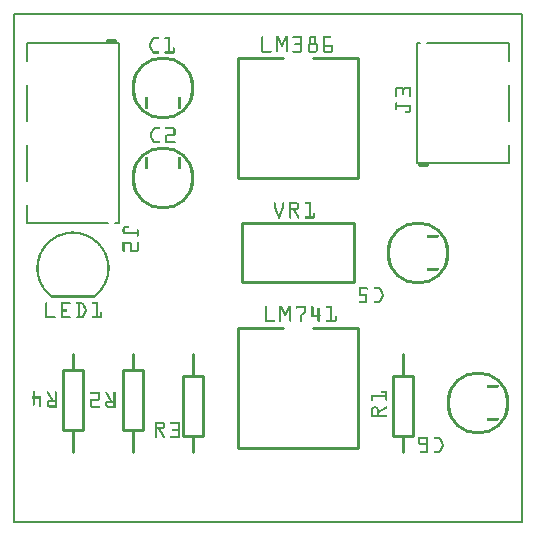
<source format=gto>
G04 MADE WITH FRITZING*
G04 WWW.FRITZING.ORG*
G04 SINGLE SIDED*
G04 HOLES NOT PLATED*
G04 CONTOUR ON CENTER OF CONTOUR VECTOR*
%ASAXBY*%
%FSLAX23Y23*%
%MOIN*%
%OFA0B0*%
%SFA1.0B1.0*%
%ADD10C,0.210000X0.19*%
%ADD11R,1.700790X1.700790X1.684790X1.684790*%
%ADD12C,0.008000*%
%ADD13C,0.006944*%
%ADD14C,0.013889*%
%ADD15C,0.010000*%
%ADD16C,0.009722*%
%ADD17R,0.001000X0.001000*%
%LNSILK1*%
G90*
G70*
G54D10*
X1350Y901D03*
X1550Y401D03*
X500Y1451D03*
X500Y1151D03*
G54D12*
X4Y1697D02*
X1697Y1697D01*
X1697Y4D01*
X4Y4D01*
X4Y1697D01*
D02*
G54D13*
X354Y1601D02*
X354Y1001D01*
D02*
X47Y1601D02*
X354Y1601D01*
D02*
X46Y1001D02*
X318Y1001D01*
D02*
X47Y1462D02*
X47Y1340D01*
D02*
X46Y1261D02*
X46Y1140D01*
D02*
X47Y1601D02*
X47Y1540D01*
D02*
X46Y1061D02*
X46Y1001D01*
G54D14*
D02*
X342Y1609D02*
X318Y1609D01*
G54D13*
D02*
X354Y1001D02*
X342Y1001D01*
G54D15*
D02*
X1300Y563D02*
X1300Y491D01*
D02*
X1300Y291D02*
X1300Y238D01*
D02*
X1333Y491D02*
X1333Y291D01*
D02*
X1333Y291D02*
X1267Y291D01*
D02*
X1267Y291D02*
X1267Y491D01*
D02*
X1267Y491D02*
X1333Y491D01*
D02*
X400Y238D02*
X400Y310D01*
D02*
X400Y510D02*
X400Y563D01*
D02*
X367Y310D02*
X367Y510D01*
D02*
X367Y510D02*
X433Y510D01*
D02*
X433Y510D02*
X433Y310D01*
D02*
X433Y310D02*
X367Y310D01*
D02*
X600Y563D02*
X600Y491D01*
D02*
X600Y291D02*
X600Y238D01*
D02*
X633Y491D02*
X633Y291D01*
D02*
X633Y291D02*
X567Y291D01*
D02*
X567Y291D02*
X567Y491D01*
D02*
X567Y491D02*
X633Y491D01*
D02*
X750Y651D02*
X750Y251D01*
X750Y251D02*
X1150Y251D01*
X1150Y251D02*
X1150Y651D01*
D02*
X750Y651D02*
X900Y651D01*
D02*
X1000Y651D02*
X1150Y651D01*
D02*
X200Y238D02*
X200Y310D01*
D02*
X200Y510D02*
X200Y563D01*
D02*
X167Y310D02*
X167Y510D01*
D02*
X167Y510D02*
X233Y510D01*
D02*
X233Y510D02*
X233Y310D01*
D02*
X233Y310D02*
X167Y310D01*
G54D16*
D02*
X1137Y1000D02*
X763Y1000D01*
D02*
X763Y1000D02*
X763Y803D01*
D02*
X763Y803D02*
X1137Y803D01*
D02*
X1137Y803D02*
X1137Y1000D01*
G54D15*
D02*
X750Y1551D02*
X750Y1151D01*
X750Y1151D02*
X1150Y1151D01*
X1150Y1151D02*
X1150Y1551D01*
D02*
X750Y1551D02*
X900Y1551D01*
D02*
X1000Y1551D02*
X1150Y1551D01*
G54D13*
D02*
X1346Y1201D02*
X1346Y1601D01*
D02*
X1654Y1201D02*
X1346Y1201D01*
D02*
X1654Y1601D02*
X1382Y1601D01*
D02*
X1654Y1340D02*
X1654Y1461D01*
D02*
X1654Y1540D02*
X1654Y1601D01*
D02*
X1654Y1201D02*
X1654Y1261D01*
D02*
X1346Y1601D02*
X1358Y1601D01*
G54D14*
D02*
X1358Y1193D02*
X1382Y1193D01*
G54D17*
X879Y1623D02*
X884Y1623D01*
X910Y1623D02*
X915Y1623D01*
X935Y1623D02*
X958Y1623D01*
X992Y1623D02*
X1007Y1623D01*
X1038Y1623D02*
X1057Y1623D01*
X830Y1622D02*
X834Y1622D01*
X877Y1622D02*
X886Y1622D01*
X908Y1622D02*
X916Y1622D01*
X933Y1622D02*
X962Y1622D01*
X990Y1622D02*
X1009Y1622D01*
X1035Y1622D02*
X1060Y1622D01*
X829Y1621D02*
X834Y1621D01*
X877Y1621D02*
X886Y1621D01*
X908Y1621D02*
X917Y1621D01*
X932Y1621D02*
X963Y1621D01*
X989Y1621D02*
X1010Y1621D01*
X1035Y1621D02*
X1061Y1621D01*
X829Y1620D02*
X835Y1620D01*
X877Y1620D02*
X887Y1620D01*
X907Y1620D02*
X917Y1620D01*
X932Y1620D02*
X964Y1620D01*
X989Y1620D02*
X1010Y1620D01*
X1034Y1620D02*
X1061Y1620D01*
X469Y1619D02*
X486Y1619D01*
X507Y1619D02*
X525Y1619D01*
X829Y1619D02*
X835Y1619D01*
X877Y1619D02*
X887Y1619D01*
X907Y1619D02*
X917Y1619D01*
X932Y1619D02*
X964Y1619D01*
X989Y1619D02*
X1010Y1619D01*
X1034Y1619D02*
X1061Y1619D01*
X467Y1618D02*
X487Y1618D01*
X506Y1618D02*
X525Y1618D01*
X829Y1618D02*
X835Y1618D01*
X877Y1618D02*
X888Y1618D01*
X906Y1618D02*
X917Y1618D01*
X932Y1618D02*
X965Y1618D01*
X989Y1618D02*
X1010Y1618D01*
X1034Y1618D02*
X1060Y1618D01*
X466Y1617D02*
X488Y1617D01*
X506Y1617D02*
X525Y1617D01*
X829Y1617D02*
X835Y1617D01*
X877Y1617D02*
X888Y1617D01*
X906Y1617D02*
X917Y1617D01*
X933Y1617D02*
X965Y1617D01*
X989Y1617D02*
X1010Y1617D01*
X1034Y1617D02*
X1060Y1617D01*
X465Y1616D02*
X488Y1616D01*
X506Y1616D02*
X525Y1616D01*
X829Y1616D02*
X835Y1616D01*
X877Y1616D02*
X889Y1616D01*
X905Y1616D02*
X917Y1616D01*
X959Y1616D02*
X965Y1616D01*
X989Y1616D02*
X995Y1616D01*
X1004Y1616D02*
X1010Y1616D01*
X1034Y1616D02*
X1041Y1616D01*
X464Y1615D02*
X488Y1615D01*
X506Y1615D02*
X525Y1615D01*
X829Y1615D02*
X835Y1615D01*
X877Y1615D02*
X889Y1615D01*
X905Y1615D02*
X917Y1615D01*
X959Y1615D02*
X965Y1615D01*
X989Y1615D02*
X995Y1615D01*
X1004Y1615D02*
X1010Y1615D01*
X1034Y1615D02*
X1040Y1615D01*
X463Y1614D02*
X487Y1614D01*
X506Y1614D02*
X525Y1614D01*
X829Y1614D02*
X835Y1614D01*
X877Y1614D02*
X890Y1614D01*
X904Y1614D02*
X917Y1614D01*
X959Y1614D02*
X965Y1614D01*
X989Y1614D02*
X995Y1614D01*
X1004Y1614D02*
X1010Y1614D01*
X1034Y1614D02*
X1040Y1614D01*
X463Y1613D02*
X486Y1613D01*
X508Y1613D02*
X525Y1613D01*
X829Y1613D02*
X835Y1613D01*
X877Y1613D02*
X890Y1613D01*
X904Y1613D02*
X917Y1613D01*
X959Y1613D02*
X965Y1613D01*
X989Y1613D02*
X995Y1613D01*
X1004Y1613D02*
X1010Y1613D01*
X1034Y1613D02*
X1040Y1613D01*
X462Y1612D02*
X470Y1612D01*
X519Y1612D02*
X525Y1612D01*
X829Y1612D02*
X835Y1612D01*
X877Y1612D02*
X891Y1612D01*
X903Y1612D02*
X917Y1612D01*
X959Y1612D02*
X965Y1612D01*
X989Y1612D02*
X995Y1612D01*
X1004Y1612D02*
X1010Y1612D01*
X1034Y1612D02*
X1040Y1612D01*
X462Y1611D02*
X469Y1611D01*
X519Y1611D02*
X525Y1611D01*
X829Y1611D02*
X835Y1611D01*
X877Y1611D02*
X891Y1611D01*
X903Y1611D02*
X917Y1611D01*
X959Y1611D02*
X965Y1611D01*
X989Y1611D02*
X995Y1611D01*
X1004Y1611D02*
X1010Y1611D01*
X1034Y1611D02*
X1040Y1611D01*
X461Y1610D02*
X468Y1610D01*
X519Y1610D02*
X525Y1610D01*
X829Y1610D02*
X835Y1610D01*
X877Y1610D02*
X883Y1610D01*
X885Y1610D02*
X891Y1610D01*
X902Y1610D02*
X909Y1610D01*
X911Y1610D02*
X917Y1610D01*
X959Y1610D02*
X965Y1610D01*
X989Y1610D02*
X995Y1610D01*
X1004Y1610D02*
X1010Y1610D01*
X1034Y1610D02*
X1040Y1610D01*
X461Y1609D02*
X468Y1609D01*
X519Y1609D02*
X525Y1609D01*
X829Y1609D02*
X835Y1609D01*
X877Y1609D02*
X883Y1609D01*
X885Y1609D02*
X892Y1609D01*
X902Y1609D02*
X909Y1609D01*
X911Y1609D02*
X917Y1609D01*
X959Y1609D02*
X965Y1609D01*
X989Y1609D02*
X995Y1609D01*
X1004Y1609D02*
X1010Y1609D01*
X1034Y1609D02*
X1040Y1609D01*
X460Y1608D02*
X467Y1608D01*
X519Y1608D02*
X525Y1608D01*
X829Y1608D02*
X835Y1608D01*
X877Y1608D02*
X883Y1608D01*
X886Y1608D02*
X892Y1608D01*
X901Y1608D02*
X908Y1608D01*
X911Y1608D02*
X917Y1608D01*
X959Y1608D02*
X965Y1608D01*
X989Y1608D02*
X995Y1608D01*
X1004Y1608D02*
X1010Y1608D01*
X1034Y1608D02*
X1040Y1608D01*
X460Y1607D02*
X467Y1607D01*
X519Y1607D02*
X525Y1607D01*
X829Y1607D02*
X835Y1607D01*
X877Y1607D02*
X883Y1607D01*
X886Y1607D02*
X893Y1607D01*
X901Y1607D02*
X908Y1607D01*
X911Y1607D02*
X917Y1607D01*
X959Y1607D02*
X965Y1607D01*
X989Y1607D02*
X995Y1607D01*
X1004Y1607D02*
X1010Y1607D01*
X1034Y1607D02*
X1040Y1607D01*
X459Y1606D02*
X466Y1606D01*
X519Y1606D02*
X525Y1606D01*
X829Y1606D02*
X835Y1606D01*
X877Y1606D02*
X883Y1606D01*
X887Y1606D02*
X893Y1606D01*
X900Y1606D02*
X907Y1606D01*
X911Y1606D02*
X917Y1606D01*
X959Y1606D02*
X965Y1606D01*
X989Y1606D02*
X995Y1606D01*
X1004Y1606D02*
X1010Y1606D01*
X1034Y1606D02*
X1040Y1606D01*
X459Y1605D02*
X466Y1605D01*
X519Y1605D02*
X525Y1605D01*
X829Y1605D02*
X835Y1605D01*
X877Y1605D02*
X883Y1605D01*
X887Y1605D02*
X894Y1605D01*
X900Y1605D02*
X907Y1605D01*
X911Y1605D02*
X917Y1605D01*
X959Y1605D02*
X965Y1605D01*
X989Y1605D02*
X995Y1605D01*
X1004Y1605D02*
X1010Y1605D01*
X1034Y1605D02*
X1040Y1605D01*
X458Y1604D02*
X465Y1604D01*
X519Y1604D02*
X525Y1604D01*
X829Y1604D02*
X835Y1604D01*
X877Y1604D02*
X883Y1604D01*
X888Y1604D02*
X894Y1604D01*
X899Y1604D02*
X906Y1604D01*
X911Y1604D02*
X917Y1604D01*
X959Y1604D02*
X965Y1604D01*
X989Y1604D02*
X995Y1604D01*
X1004Y1604D02*
X1010Y1604D01*
X1034Y1604D02*
X1040Y1604D01*
X458Y1603D02*
X465Y1603D01*
X519Y1603D02*
X525Y1603D01*
X829Y1603D02*
X835Y1603D01*
X877Y1603D02*
X883Y1603D01*
X888Y1603D02*
X895Y1603D01*
X899Y1603D02*
X906Y1603D01*
X911Y1603D02*
X917Y1603D01*
X959Y1603D02*
X965Y1603D01*
X989Y1603D02*
X995Y1603D01*
X1004Y1603D02*
X1010Y1603D01*
X1034Y1603D02*
X1040Y1603D01*
X457Y1602D02*
X464Y1602D01*
X519Y1602D02*
X525Y1602D01*
X829Y1602D02*
X835Y1602D01*
X877Y1602D02*
X883Y1602D01*
X889Y1602D02*
X895Y1602D01*
X898Y1602D02*
X905Y1602D01*
X911Y1602D02*
X917Y1602D01*
X959Y1602D02*
X965Y1602D01*
X989Y1602D02*
X995Y1602D01*
X1004Y1602D02*
X1010Y1602D01*
X1034Y1602D02*
X1040Y1602D01*
X457Y1601D02*
X464Y1601D01*
X519Y1601D02*
X525Y1601D01*
X829Y1601D02*
X835Y1601D01*
X877Y1601D02*
X883Y1601D01*
X889Y1601D02*
X896Y1601D01*
X898Y1601D02*
X905Y1601D01*
X911Y1601D02*
X917Y1601D01*
X958Y1601D02*
X965Y1601D01*
X989Y1601D02*
X995Y1601D01*
X1004Y1601D02*
X1010Y1601D01*
X1034Y1601D02*
X1040Y1601D01*
X456Y1600D02*
X463Y1600D01*
X519Y1600D02*
X525Y1600D01*
X829Y1600D02*
X835Y1600D01*
X877Y1600D02*
X883Y1600D01*
X889Y1600D02*
X904Y1600D01*
X911Y1600D02*
X917Y1600D01*
X957Y1600D02*
X965Y1600D01*
X989Y1600D02*
X995Y1600D01*
X1004Y1600D02*
X1010Y1600D01*
X1034Y1600D02*
X1040Y1600D01*
X456Y1599D02*
X462Y1599D01*
X519Y1599D02*
X525Y1599D01*
X829Y1599D02*
X835Y1599D01*
X877Y1599D02*
X883Y1599D01*
X890Y1599D02*
X904Y1599D01*
X911Y1599D02*
X917Y1599D01*
X940Y1599D02*
X964Y1599D01*
X987Y1599D02*
X1012Y1599D01*
X1034Y1599D02*
X1040Y1599D01*
X455Y1598D02*
X462Y1598D01*
X519Y1598D02*
X525Y1598D01*
X829Y1598D02*
X835Y1598D01*
X877Y1598D02*
X883Y1598D01*
X890Y1598D02*
X903Y1598D01*
X911Y1598D02*
X917Y1598D01*
X939Y1598D02*
X964Y1598D01*
X985Y1598D02*
X1014Y1598D01*
X1034Y1598D02*
X1040Y1598D01*
X455Y1597D02*
X461Y1597D01*
X519Y1597D02*
X525Y1597D01*
X829Y1597D02*
X835Y1597D01*
X877Y1597D02*
X883Y1597D01*
X891Y1597D02*
X903Y1597D01*
X911Y1597D02*
X917Y1597D01*
X939Y1597D02*
X963Y1597D01*
X984Y1597D02*
X1015Y1597D01*
X1034Y1597D02*
X1040Y1597D01*
X455Y1596D02*
X461Y1596D01*
X519Y1596D02*
X525Y1596D01*
X829Y1596D02*
X835Y1596D01*
X877Y1596D02*
X883Y1596D01*
X891Y1596D02*
X902Y1596D01*
X911Y1596D02*
X917Y1596D01*
X938Y1596D02*
X963Y1596D01*
X984Y1596D02*
X1016Y1596D01*
X1034Y1596D02*
X1040Y1596D01*
X455Y1595D02*
X461Y1595D01*
X519Y1595D02*
X525Y1595D01*
X829Y1595D02*
X835Y1595D01*
X877Y1595D02*
X883Y1595D01*
X892Y1595D02*
X902Y1595D01*
X911Y1595D02*
X917Y1595D01*
X939Y1595D02*
X963Y1595D01*
X983Y1595D02*
X1016Y1595D01*
X1034Y1595D02*
X1066Y1595D01*
X454Y1594D02*
X461Y1594D01*
X519Y1594D02*
X525Y1594D01*
X829Y1594D02*
X835Y1594D01*
X877Y1594D02*
X883Y1594D01*
X892Y1594D02*
X901Y1594D01*
X911Y1594D02*
X917Y1594D01*
X939Y1594D02*
X964Y1594D01*
X983Y1594D02*
X1016Y1594D01*
X1034Y1594D02*
X1067Y1594D01*
X454Y1593D02*
X460Y1593D01*
X519Y1593D02*
X525Y1593D01*
X829Y1593D02*
X835Y1593D01*
X877Y1593D02*
X883Y1593D01*
X893Y1593D02*
X901Y1593D01*
X911Y1593D02*
X917Y1593D01*
X940Y1593D02*
X964Y1593D01*
X983Y1593D02*
X1016Y1593D01*
X1034Y1593D02*
X1068Y1593D01*
X454Y1592D02*
X460Y1592D01*
X519Y1592D02*
X525Y1592D01*
X829Y1592D02*
X835Y1592D01*
X877Y1592D02*
X883Y1592D01*
X893Y1592D02*
X900Y1592D01*
X911Y1592D02*
X917Y1592D01*
X957Y1592D02*
X965Y1592D01*
X983Y1592D02*
X989Y1592D01*
X1010Y1592D02*
X1016Y1592D01*
X1034Y1592D02*
X1068Y1592D01*
X455Y1591D02*
X461Y1591D01*
X519Y1591D02*
X525Y1591D01*
X829Y1591D02*
X835Y1591D01*
X877Y1591D02*
X883Y1591D01*
X894Y1591D02*
X900Y1591D01*
X911Y1591D02*
X917Y1591D01*
X958Y1591D02*
X965Y1591D01*
X983Y1591D02*
X989Y1591D01*
X1010Y1591D02*
X1016Y1591D01*
X1034Y1591D02*
X1068Y1591D01*
X455Y1590D02*
X461Y1590D01*
X519Y1590D02*
X525Y1590D01*
X829Y1590D02*
X835Y1590D01*
X877Y1590D02*
X883Y1590D01*
X894Y1590D02*
X899Y1590D01*
X911Y1590D02*
X917Y1590D01*
X959Y1590D02*
X965Y1590D01*
X983Y1590D02*
X989Y1590D01*
X1010Y1590D02*
X1016Y1590D01*
X1034Y1590D02*
X1068Y1590D01*
X455Y1589D02*
X461Y1589D01*
X519Y1589D02*
X525Y1589D01*
X829Y1589D02*
X835Y1589D01*
X877Y1589D02*
X883Y1589D01*
X895Y1589D02*
X899Y1589D01*
X911Y1589D02*
X917Y1589D01*
X959Y1589D02*
X965Y1589D01*
X983Y1589D02*
X989Y1589D01*
X1010Y1589D02*
X1016Y1589D01*
X1034Y1589D02*
X1068Y1589D01*
X455Y1588D02*
X462Y1588D01*
X519Y1588D02*
X525Y1588D01*
X829Y1588D02*
X835Y1588D01*
X877Y1588D02*
X883Y1588D01*
X896Y1588D02*
X898Y1588D01*
X911Y1588D02*
X917Y1588D01*
X959Y1588D02*
X965Y1588D01*
X983Y1588D02*
X989Y1588D01*
X1010Y1588D02*
X1016Y1588D01*
X1034Y1588D02*
X1040Y1588D01*
X1062Y1588D02*
X1068Y1588D01*
X456Y1587D02*
X462Y1587D01*
X519Y1587D02*
X525Y1587D01*
X829Y1587D02*
X835Y1587D01*
X877Y1587D02*
X883Y1587D01*
X911Y1587D02*
X917Y1587D01*
X959Y1587D02*
X965Y1587D01*
X983Y1587D02*
X989Y1587D01*
X1010Y1587D02*
X1016Y1587D01*
X1034Y1587D02*
X1040Y1587D01*
X1062Y1587D02*
X1068Y1587D01*
X456Y1586D02*
X463Y1586D01*
X519Y1586D02*
X525Y1586D01*
X535Y1586D02*
X537Y1586D01*
X829Y1586D02*
X835Y1586D01*
X877Y1586D02*
X883Y1586D01*
X911Y1586D02*
X917Y1586D01*
X959Y1586D02*
X965Y1586D01*
X983Y1586D02*
X989Y1586D01*
X1010Y1586D02*
X1016Y1586D01*
X1034Y1586D02*
X1040Y1586D01*
X1062Y1586D02*
X1068Y1586D01*
X456Y1585D02*
X463Y1585D01*
X519Y1585D02*
X525Y1585D01*
X534Y1585D02*
X539Y1585D01*
X829Y1585D02*
X835Y1585D01*
X877Y1585D02*
X883Y1585D01*
X911Y1585D02*
X917Y1585D01*
X959Y1585D02*
X965Y1585D01*
X983Y1585D02*
X989Y1585D01*
X1010Y1585D02*
X1016Y1585D01*
X1034Y1585D02*
X1040Y1585D01*
X1062Y1585D02*
X1068Y1585D01*
X457Y1584D02*
X464Y1584D01*
X519Y1584D02*
X525Y1584D01*
X533Y1584D02*
X539Y1584D01*
X829Y1584D02*
X835Y1584D01*
X877Y1584D02*
X883Y1584D01*
X911Y1584D02*
X917Y1584D01*
X959Y1584D02*
X965Y1584D01*
X983Y1584D02*
X989Y1584D01*
X1010Y1584D02*
X1016Y1584D01*
X1034Y1584D02*
X1040Y1584D01*
X1062Y1584D02*
X1068Y1584D01*
X457Y1583D02*
X464Y1583D01*
X519Y1583D02*
X525Y1583D01*
X533Y1583D02*
X539Y1583D01*
X829Y1583D02*
X835Y1583D01*
X877Y1583D02*
X883Y1583D01*
X911Y1583D02*
X917Y1583D01*
X959Y1583D02*
X965Y1583D01*
X983Y1583D02*
X989Y1583D01*
X1010Y1583D02*
X1016Y1583D01*
X1034Y1583D02*
X1040Y1583D01*
X1062Y1583D02*
X1068Y1583D01*
X458Y1582D02*
X465Y1582D01*
X519Y1582D02*
X525Y1582D01*
X533Y1582D02*
X539Y1582D01*
X829Y1582D02*
X835Y1582D01*
X877Y1582D02*
X883Y1582D01*
X911Y1582D02*
X917Y1582D01*
X959Y1582D02*
X965Y1582D01*
X983Y1582D02*
X989Y1582D01*
X1010Y1582D02*
X1016Y1582D01*
X1034Y1582D02*
X1040Y1582D01*
X1062Y1582D02*
X1068Y1582D01*
X458Y1581D02*
X465Y1581D01*
X519Y1581D02*
X525Y1581D01*
X533Y1581D02*
X539Y1581D01*
X829Y1581D02*
X835Y1581D01*
X877Y1581D02*
X883Y1581D01*
X911Y1581D02*
X917Y1581D01*
X959Y1581D02*
X965Y1581D01*
X983Y1581D02*
X989Y1581D01*
X1010Y1581D02*
X1016Y1581D01*
X1034Y1581D02*
X1040Y1581D01*
X1062Y1581D02*
X1068Y1581D01*
X459Y1580D02*
X466Y1580D01*
X519Y1580D02*
X525Y1580D01*
X533Y1580D02*
X539Y1580D01*
X829Y1580D02*
X835Y1580D01*
X877Y1580D02*
X883Y1580D01*
X911Y1580D02*
X917Y1580D01*
X959Y1580D02*
X965Y1580D01*
X983Y1580D02*
X989Y1580D01*
X1010Y1580D02*
X1016Y1580D01*
X1034Y1580D02*
X1040Y1580D01*
X1062Y1580D02*
X1068Y1580D01*
X459Y1579D02*
X466Y1579D01*
X519Y1579D02*
X525Y1579D01*
X533Y1579D02*
X539Y1579D01*
X829Y1579D02*
X835Y1579D01*
X877Y1579D02*
X883Y1579D01*
X911Y1579D02*
X917Y1579D01*
X959Y1579D02*
X965Y1579D01*
X983Y1579D02*
X989Y1579D01*
X1010Y1579D02*
X1016Y1579D01*
X1034Y1579D02*
X1040Y1579D01*
X1062Y1579D02*
X1068Y1579D01*
X460Y1578D02*
X467Y1578D01*
X519Y1578D02*
X525Y1578D01*
X533Y1578D02*
X539Y1578D01*
X829Y1578D02*
X835Y1578D01*
X877Y1578D02*
X883Y1578D01*
X911Y1578D02*
X917Y1578D01*
X959Y1578D02*
X965Y1578D01*
X983Y1578D02*
X989Y1578D01*
X1010Y1578D02*
X1016Y1578D01*
X1034Y1578D02*
X1040Y1578D01*
X1062Y1578D02*
X1068Y1578D01*
X460Y1577D02*
X467Y1577D01*
X519Y1577D02*
X525Y1577D01*
X533Y1577D02*
X539Y1577D01*
X829Y1577D02*
X835Y1577D01*
X877Y1577D02*
X883Y1577D01*
X911Y1577D02*
X917Y1577D01*
X959Y1577D02*
X965Y1577D01*
X983Y1577D02*
X989Y1577D01*
X1010Y1577D02*
X1016Y1577D01*
X1034Y1577D02*
X1040Y1577D01*
X1062Y1577D02*
X1068Y1577D01*
X461Y1576D02*
X468Y1576D01*
X519Y1576D02*
X525Y1576D01*
X533Y1576D02*
X539Y1576D01*
X829Y1576D02*
X835Y1576D01*
X877Y1576D02*
X883Y1576D01*
X911Y1576D02*
X917Y1576D01*
X959Y1576D02*
X965Y1576D01*
X983Y1576D02*
X989Y1576D01*
X1010Y1576D02*
X1016Y1576D01*
X1034Y1576D02*
X1041Y1576D01*
X1062Y1576D02*
X1068Y1576D01*
X461Y1575D02*
X468Y1575D01*
X519Y1575D02*
X525Y1575D01*
X533Y1575D02*
X539Y1575D01*
X829Y1575D02*
X861Y1575D01*
X877Y1575D02*
X883Y1575D01*
X911Y1575D02*
X917Y1575D01*
X933Y1575D02*
X965Y1575D01*
X983Y1575D02*
X1016Y1575D01*
X1034Y1575D02*
X1068Y1575D01*
X462Y1574D02*
X469Y1574D01*
X519Y1574D02*
X525Y1574D01*
X533Y1574D02*
X539Y1574D01*
X829Y1574D02*
X862Y1574D01*
X877Y1574D02*
X883Y1574D01*
X911Y1574D02*
X917Y1574D01*
X932Y1574D02*
X965Y1574D01*
X983Y1574D02*
X1016Y1574D01*
X1034Y1574D02*
X1068Y1574D01*
X462Y1573D02*
X470Y1573D01*
X519Y1573D02*
X525Y1573D01*
X533Y1573D02*
X539Y1573D01*
X829Y1573D02*
X862Y1573D01*
X877Y1573D02*
X883Y1573D01*
X911Y1573D02*
X917Y1573D01*
X932Y1573D02*
X964Y1573D01*
X984Y1573D02*
X1016Y1573D01*
X1034Y1573D02*
X1068Y1573D01*
X463Y1572D02*
X486Y1572D01*
X507Y1572D02*
X539Y1572D01*
X829Y1572D02*
X862Y1572D01*
X877Y1572D02*
X883Y1572D01*
X911Y1572D02*
X917Y1572D01*
X932Y1572D02*
X964Y1572D01*
X984Y1572D02*
X1015Y1572D01*
X1034Y1572D02*
X1068Y1572D01*
X463Y1571D02*
X487Y1571D01*
X506Y1571D02*
X539Y1571D01*
X829Y1571D02*
X862Y1571D01*
X878Y1571D02*
X883Y1571D01*
X911Y1571D02*
X916Y1571D01*
X932Y1571D02*
X963Y1571D01*
X985Y1571D02*
X1014Y1571D01*
X1035Y1571D02*
X1067Y1571D01*
X464Y1570D02*
X488Y1570D01*
X506Y1570D02*
X539Y1570D01*
X829Y1570D02*
X861Y1570D01*
X878Y1570D02*
X882Y1570D01*
X912Y1570D02*
X916Y1570D01*
X933Y1570D02*
X962Y1570D01*
X986Y1570D02*
X1013Y1570D01*
X1035Y1570D02*
X1067Y1570D01*
X465Y1569D02*
X488Y1569D01*
X506Y1569D02*
X539Y1569D01*
X830Y1569D02*
X859Y1569D01*
X880Y1569D02*
X880Y1569D01*
X914Y1569D02*
X914Y1569D01*
X934Y1569D02*
X959Y1569D01*
X989Y1569D02*
X1010Y1569D01*
X1037Y1569D02*
X1065Y1569D01*
X466Y1568D02*
X488Y1568D01*
X506Y1568D02*
X539Y1568D01*
X467Y1567D02*
X487Y1567D01*
X506Y1567D02*
X538Y1567D01*
X469Y1566D02*
X486Y1566D01*
X508Y1566D02*
X537Y1566D01*
X1279Y1453D02*
X1298Y1453D01*
X1305Y1453D02*
X1324Y1453D01*
X1278Y1452D02*
X1300Y1452D01*
X1303Y1452D02*
X1326Y1452D01*
X1277Y1451D02*
X1327Y1451D01*
X1276Y1450D02*
X1327Y1450D01*
X1276Y1449D02*
X1328Y1449D01*
X1275Y1448D02*
X1328Y1448D01*
X1275Y1447D02*
X1328Y1447D01*
X1275Y1446D02*
X1281Y1446D01*
X1297Y1446D02*
X1306Y1446D01*
X1322Y1446D02*
X1328Y1446D01*
X1275Y1445D02*
X1281Y1445D01*
X1298Y1445D02*
X1305Y1445D01*
X1322Y1445D02*
X1328Y1445D01*
X1275Y1444D02*
X1281Y1444D01*
X1298Y1444D02*
X1305Y1444D01*
X1322Y1444D02*
X1328Y1444D01*
X1275Y1443D02*
X1281Y1443D01*
X1299Y1443D02*
X1305Y1443D01*
X1322Y1443D02*
X1328Y1443D01*
X1275Y1442D02*
X1281Y1442D01*
X1299Y1442D02*
X1305Y1442D01*
X1322Y1442D02*
X1328Y1442D01*
X1275Y1441D02*
X1281Y1441D01*
X1299Y1441D02*
X1305Y1441D01*
X1322Y1441D02*
X1328Y1441D01*
X1275Y1440D02*
X1281Y1440D01*
X1299Y1440D02*
X1305Y1440D01*
X1322Y1440D02*
X1328Y1440D01*
X1275Y1439D02*
X1281Y1439D01*
X1299Y1439D02*
X1305Y1439D01*
X1322Y1439D02*
X1328Y1439D01*
X1275Y1438D02*
X1281Y1438D01*
X1299Y1438D02*
X1305Y1438D01*
X1322Y1438D02*
X1328Y1438D01*
X1275Y1437D02*
X1281Y1437D01*
X1299Y1437D02*
X1305Y1437D01*
X1322Y1437D02*
X1328Y1437D01*
X1275Y1436D02*
X1281Y1436D01*
X1299Y1436D02*
X1305Y1436D01*
X1322Y1436D02*
X1328Y1436D01*
X1275Y1435D02*
X1281Y1435D01*
X1299Y1435D02*
X1305Y1435D01*
X1322Y1435D02*
X1328Y1435D01*
X1275Y1434D02*
X1281Y1434D01*
X1299Y1434D02*
X1305Y1434D01*
X1322Y1434D02*
X1328Y1434D01*
X1275Y1433D02*
X1281Y1433D01*
X1299Y1433D02*
X1305Y1433D01*
X1322Y1433D02*
X1328Y1433D01*
X1275Y1432D02*
X1281Y1432D01*
X1299Y1432D02*
X1305Y1432D01*
X1322Y1432D02*
X1328Y1432D01*
X1275Y1431D02*
X1281Y1431D01*
X1299Y1431D02*
X1305Y1431D01*
X1322Y1431D02*
X1328Y1431D01*
X1275Y1430D02*
X1281Y1430D01*
X1299Y1430D02*
X1305Y1430D01*
X1322Y1430D02*
X1328Y1430D01*
X1275Y1429D02*
X1281Y1429D01*
X1299Y1429D02*
X1305Y1429D01*
X1322Y1429D02*
X1328Y1429D01*
X1275Y1428D02*
X1281Y1428D01*
X1299Y1428D02*
X1304Y1428D01*
X1322Y1428D02*
X1328Y1428D01*
X1275Y1427D02*
X1281Y1427D01*
X1300Y1427D02*
X1303Y1427D01*
X1322Y1427D02*
X1328Y1427D01*
X1275Y1426D02*
X1281Y1426D01*
X1322Y1426D02*
X1328Y1426D01*
X1275Y1425D02*
X1281Y1425D01*
X1322Y1425D02*
X1328Y1425D01*
X1275Y1424D02*
X1281Y1424D01*
X1322Y1424D02*
X1328Y1424D01*
X1275Y1423D02*
X1281Y1423D01*
X1322Y1423D02*
X1328Y1423D01*
X1275Y1422D02*
X1281Y1422D01*
X1322Y1422D02*
X1328Y1422D01*
X445Y1421D02*
X445Y1421D01*
X555Y1421D02*
X555Y1421D01*
X1276Y1421D02*
X1281Y1421D01*
X1323Y1421D02*
X1328Y1421D01*
X443Y1420D02*
X448Y1420D01*
X553Y1420D02*
X558Y1420D01*
X1277Y1420D02*
X1280Y1420D01*
X1324Y1420D02*
X1327Y1420D01*
X442Y1419D02*
X449Y1419D01*
X552Y1419D02*
X559Y1419D01*
X441Y1418D02*
X450Y1418D01*
X551Y1418D02*
X560Y1418D01*
X441Y1417D02*
X450Y1417D01*
X551Y1417D02*
X560Y1417D01*
X440Y1416D02*
X450Y1416D01*
X550Y1416D02*
X560Y1416D01*
X440Y1415D02*
X450Y1415D01*
X550Y1415D02*
X560Y1415D01*
X440Y1414D02*
X450Y1414D01*
X550Y1414D02*
X560Y1414D01*
X440Y1413D02*
X450Y1413D01*
X550Y1413D02*
X560Y1413D01*
X440Y1412D02*
X450Y1412D01*
X550Y1412D02*
X560Y1412D01*
X440Y1411D02*
X450Y1411D01*
X550Y1411D02*
X560Y1411D01*
X440Y1410D02*
X450Y1410D01*
X550Y1410D02*
X560Y1410D01*
X440Y1409D02*
X450Y1409D01*
X550Y1409D02*
X560Y1409D01*
X440Y1408D02*
X450Y1408D01*
X550Y1408D02*
X560Y1408D01*
X440Y1407D02*
X450Y1407D01*
X550Y1407D02*
X560Y1407D01*
X440Y1406D02*
X450Y1406D01*
X550Y1406D02*
X560Y1406D01*
X440Y1405D02*
X450Y1405D01*
X550Y1405D02*
X560Y1405D01*
X440Y1404D02*
X450Y1404D01*
X550Y1404D02*
X560Y1404D01*
X440Y1403D02*
X450Y1403D01*
X550Y1403D02*
X560Y1403D01*
X440Y1402D02*
X450Y1402D01*
X550Y1402D02*
X560Y1402D01*
X1277Y1402D02*
X1279Y1402D01*
X440Y1401D02*
X450Y1401D01*
X550Y1401D02*
X560Y1401D01*
X1276Y1401D02*
X1280Y1401D01*
X440Y1400D02*
X450Y1400D01*
X550Y1400D02*
X560Y1400D01*
X1275Y1400D02*
X1281Y1400D01*
X440Y1399D02*
X450Y1399D01*
X550Y1399D02*
X560Y1399D01*
X1275Y1399D02*
X1281Y1399D01*
X440Y1398D02*
X450Y1398D01*
X550Y1398D02*
X560Y1398D01*
X1275Y1398D02*
X1281Y1398D01*
X440Y1397D02*
X450Y1397D01*
X550Y1397D02*
X560Y1397D01*
X1275Y1397D02*
X1281Y1397D01*
X440Y1396D02*
X450Y1396D01*
X550Y1396D02*
X560Y1396D01*
X1275Y1396D02*
X1281Y1396D01*
X440Y1395D02*
X450Y1395D01*
X550Y1395D02*
X560Y1395D01*
X1275Y1395D02*
X1321Y1395D01*
X440Y1394D02*
X450Y1394D01*
X550Y1394D02*
X560Y1394D01*
X1275Y1394D02*
X1323Y1394D01*
X440Y1393D02*
X450Y1393D01*
X550Y1393D02*
X560Y1393D01*
X1275Y1393D02*
X1325Y1393D01*
X440Y1392D02*
X450Y1392D01*
X550Y1392D02*
X560Y1392D01*
X1275Y1392D02*
X1326Y1392D01*
X440Y1391D02*
X450Y1391D01*
X550Y1391D02*
X560Y1391D01*
X1275Y1391D02*
X1326Y1391D01*
X440Y1390D02*
X450Y1390D01*
X550Y1390D02*
X560Y1390D01*
X1275Y1390D02*
X1327Y1390D01*
X440Y1389D02*
X450Y1389D01*
X550Y1389D02*
X560Y1389D01*
X1275Y1389D02*
X1327Y1389D01*
X440Y1388D02*
X450Y1388D01*
X550Y1388D02*
X560Y1388D01*
X1275Y1388D02*
X1281Y1388D01*
X1321Y1388D02*
X1328Y1388D01*
X440Y1387D02*
X450Y1387D01*
X550Y1387D02*
X560Y1387D01*
X1275Y1387D02*
X1281Y1387D01*
X1322Y1387D02*
X1328Y1387D01*
X440Y1386D02*
X450Y1386D01*
X550Y1386D02*
X560Y1386D01*
X1275Y1386D02*
X1281Y1386D01*
X1322Y1386D02*
X1328Y1386D01*
X440Y1385D02*
X450Y1385D01*
X550Y1385D02*
X560Y1385D01*
X1275Y1385D02*
X1281Y1385D01*
X1322Y1385D02*
X1328Y1385D01*
X441Y1384D02*
X450Y1384D01*
X551Y1384D02*
X560Y1384D01*
X1275Y1384D02*
X1281Y1384D01*
X1322Y1384D02*
X1328Y1384D01*
X441Y1383D02*
X450Y1383D01*
X551Y1383D02*
X559Y1383D01*
X1275Y1383D02*
X1281Y1383D01*
X1322Y1383D02*
X1328Y1383D01*
X442Y1382D02*
X449Y1382D01*
X552Y1382D02*
X559Y1382D01*
X1275Y1382D02*
X1281Y1382D01*
X1322Y1382D02*
X1328Y1382D01*
X443Y1381D02*
X448Y1381D01*
X553Y1381D02*
X557Y1381D01*
X1275Y1381D02*
X1281Y1381D01*
X1322Y1381D02*
X1328Y1381D01*
X1275Y1380D02*
X1281Y1380D01*
X1322Y1380D02*
X1328Y1380D01*
X1276Y1379D02*
X1280Y1379D01*
X1322Y1379D02*
X1328Y1379D01*
X1277Y1378D02*
X1279Y1378D01*
X1322Y1378D02*
X1328Y1378D01*
X1322Y1377D02*
X1328Y1377D01*
X1321Y1376D02*
X1328Y1376D01*
X1310Y1375D02*
X1328Y1375D01*
X1308Y1374D02*
X1328Y1374D01*
X1308Y1373D02*
X1327Y1373D01*
X1307Y1372D02*
X1326Y1372D01*
X1307Y1371D02*
X1326Y1371D01*
X1308Y1370D02*
X1325Y1370D01*
X1308Y1369D02*
X1323Y1369D01*
X1310Y1368D02*
X1319Y1368D01*
X474Y1320D02*
X488Y1320D01*
X511Y1320D02*
X536Y1320D01*
X470Y1319D02*
X489Y1319D01*
X509Y1319D02*
X538Y1319D01*
X469Y1318D02*
X490Y1318D01*
X509Y1318D02*
X540Y1318D01*
X467Y1317D02*
X490Y1317D01*
X508Y1317D02*
X540Y1317D01*
X467Y1316D02*
X490Y1316D01*
X508Y1316D02*
X541Y1316D01*
X466Y1315D02*
X490Y1315D01*
X509Y1315D02*
X541Y1315D01*
X465Y1314D02*
X489Y1314D01*
X510Y1314D02*
X542Y1314D01*
X465Y1313D02*
X473Y1313D01*
X536Y1313D02*
X542Y1313D01*
X464Y1312D02*
X472Y1312D01*
X536Y1312D02*
X542Y1312D01*
X464Y1311D02*
X471Y1311D01*
X536Y1311D02*
X542Y1311D01*
X463Y1310D02*
X470Y1310D01*
X536Y1310D02*
X542Y1310D01*
X463Y1309D02*
X470Y1309D01*
X536Y1309D02*
X542Y1309D01*
X462Y1308D02*
X469Y1308D01*
X536Y1308D02*
X542Y1308D01*
X462Y1307D02*
X469Y1307D01*
X536Y1307D02*
X542Y1307D01*
X461Y1306D02*
X468Y1306D01*
X536Y1306D02*
X542Y1306D01*
X461Y1305D02*
X468Y1305D01*
X536Y1305D02*
X542Y1305D01*
X460Y1304D02*
X467Y1304D01*
X536Y1304D02*
X542Y1304D01*
X460Y1303D02*
X467Y1303D01*
X536Y1303D02*
X542Y1303D01*
X459Y1302D02*
X466Y1302D01*
X536Y1302D02*
X542Y1302D01*
X459Y1301D02*
X466Y1301D01*
X536Y1301D02*
X542Y1301D01*
X458Y1300D02*
X465Y1300D01*
X536Y1300D02*
X542Y1300D01*
X458Y1299D02*
X465Y1299D01*
X536Y1299D02*
X542Y1299D01*
X458Y1298D02*
X464Y1298D01*
X536Y1298D02*
X542Y1298D01*
X457Y1297D02*
X464Y1297D01*
X536Y1297D02*
X542Y1297D01*
X457Y1296D02*
X463Y1296D01*
X513Y1296D02*
X542Y1296D01*
X457Y1295D02*
X463Y1295D01*
X511Y1295D02*
X542Y1295D01*
X457Y1294D02*
X463Y1294D01*
X510Y1294D02*
X541Y1294D01*
X457Y1293D02*
X463Y1293D01*
X509Y1293D02*
X541Y1293D01*
X457Y1292D02*
X463Y1292D01*
X509Y1292D02*
X540Y1292D01*
X457Y1291D02*
X463Y1291D01*
X508Y1291D02*
X539Y1291D01*
X457Y1290D02*
X463Y1290D01*
X508Y1290D02*
X537Y1290D01*
X458Y1289D02*
X464Y1289D01*
X508Y1289D02*
X514Y1289D01*
X458Y1288D02*
X464Y1288D01*
X508Y1288D02*
X514Y1288D01*
X458Y1287D02*
X465Y1287D01*
X508Y1287D02*
X514Y1287D01*
X459Y1286D02*
X465Y1286D01*
X508Y1286D02*
X514Y1286D01*
X459Y1285D02*
X466Y1285D01*
X508Y1285D02*
X514Y1285D01*
X460Y1284D02*
X466Y1284D01*
X508Y1284D02*
X514Y1284D01*
X460Y1283D02*
X467Y1283D01*
X508Y1283D02*
X514Y1283D01*
X460Y1282D02*
X467Y1282D01*
X508Y1282D02*
X514Y1282D01*
X461Y1281D02*
X468Y1281D01*
X508Y1281D02*
X514Y1281D01*
X461Y1280D02*
X468Y1280D01*
X508Y1280D02*
X514Y1280D01*
X462Y1279D02*
X469Y1279D01*
X508Y1279D02*
X514Y1279D01*
X462Y1278D02*
X469Y1278D01*
X508Y1278D02*
X514Y1278D01*
X463Y1277D02*
X470Y1277D01*
X508Y1277D02*
X514Y1277D01*
X463Y1276D02*
X470Y1276D01*
X508Y1276D02*
X514Y1276D01*
X464Y1275D02*
X471Y1275D01*
X508Y1275D02*
X514Y1275D01*
X464Y1274D02*
X472Y1274D01*
X508Y1274D02*
X514Y1274D01*
X465Y1273D02*
X487Y1273D01*
X508Y1273D02*
X539Y1273D01*
X466Y1272D02*
X489Y1272D01*
X508Y1272D02*
X541Y1272D01*
X466Y1271D02*
X490Y1271D01*
X508Y1271D02*
X541Y1271D01*
X467Y1270D02*
X490Y1270D01*
X508Y1270D02*
X542Y1270D01*
X468Y1269D02*
X490Y1269D01*
X508Y1269D02*
X542Y1269D01*
X469Y1268D02*
X490Y1268D01*
X508Y1268D02*
X541Y1268D01*
X471Y1267D02*
X489Y1267D01*
X508Y1267D02*
X541Y1267D01*
X445Y1221D02*
X446Y1221D01*
X555Y1221D02*
X556Y1221D01*
X442Y1220D02*
X448Y1220D01*
X552Y1220D02*
X558Y1220D01*
X441Y1219D02*
X449Y1219D01*
X551Y1219D02*
X559Y1219D01*
X441Y1218D02*
X450Y1218D01*
X551Y1218D02*
X560Y1218D01*
X441Y1217D02*
X450Y1217D01*
X550Y1217D02*
X560Y1217D01*
X440Y1216D02*
X450Y1216D01*
X550Y1216D02*
X560Y1216D01*
X440Y1215D02*
X450Y1215D01*
X550Y1215D02*
X560Y1215D01*
X440Y1214D02*
X450Y1214D01*
X550Y1214D02*
X560Y1214D01*
X440Y1213D02*
X450Y1213D01*
X550Y1213D02*
X560Y1213D01*
X440Y1212D02*
X450Y1212D01*
X550Y1212D02*
X560Y1212D01*
X440Y1211D02*
X450Y1211D01*
X550Y1211D02*
X560Y1211D01*
X440Y1210D02*
X450Y1210D01*
X550Y1210D02*
X560Y1210D01*
X440Y1209D02*
X450Y1209D01*
X550Y1209D02*
X560Y1209D01*
X440Y1208D02*
X450Y1208D01*
X550Y1208D02*
X560Y1208D01*
X440Y1207D02*
X450Y1207D01*
X550Y1207D02*
X560Y1207D01*
X440Y1206D02*
X450Y1206D01*
X550Y1206D02*
X560Y1206D01*
X440Y1205D02*
X450Y1205D01*
X550Y1205D02*
X560Y1205D01*
X440Y1204D02*
X450Y1204D01*
X550Y1204D02*
X560Y1204D01*
X440Y1203D02*
X450Y1203D01*
X550Y1203D02*
X560Y1203D01*
X440Y1202D02*
X450Y1202D01*
X550Y1202D02*
X560Y1202D01*
X440Y1201D02*
X450Y1201D01*
X550Y1201D02*
X560Y1201D01*
X440Y1200D02*
X450Y1200D01*
X550Y1200D02*
X560Y1200D01*
X440Y1199D02*
X450Y1199D01*
X550Y1199D02*
X560Y1199D01*
X440Y1198D02*
X450Y1198D01*
X550Y1198D02*
X560Y1198D01*
X440Y1197D02*
X450Y1197D01*
X550Y1197D02*
X560Y1197D01*
X440Y1196D02*
X450Y1196D01*
X550Y1196D02*
X560Y1196D01*
X440Y1195D02*
X450Y1195D01*
X550Y1195D02*
X560Y1195D01*
X440Y1194D02*
X450Y1194D01*
X550Y1194D02*
X560Y1194D01*
X440Y1193D02*
X450Y1193D01*
X550Y1193D02*
X560Y1193D01*
X440Y1192D02*
X450Y1192D01*
X550Y1192D02*
X560Y1192D01*
X440Y1191D02*
X450Y1191D01*
X550Y1191D02*
X560Y1191D01*
X440Y1190D02*
X450Y1190D01*
X550Y1190D02*
X560Y1190D01*
X440Y1189D02*
X450Y1189D01*
X550Y1189D02*
X560Y1189D01*
X440Y1188D02*
X450Y1188D01*
X550Y1188D02*
X560Y1188D01*
X440Y1187D02*
X450Y1187D01*
X550Y1187D02*
X560Y1187D01*
X440Y1186D02*
X450Y1186D01*
X550Y1186D02*
X560Y1186D01*
X440Y1185D02*
X450Y1185D01*
X550Y1185D02*
X560Y1185D01*
X441Y1184D02*
X450Y1184D01*
X551Y1184D02*
X560Y1184D01*
X441Y1183D02*
X449Y1183D01*
X551Y1183D02*
X559Y1183D01*
X442Y1182D02*
X449Y1182D01*
X552Y1182D02*
X559Y1182D01*
X443Y1181D02*
X447Y1181D01*
X553Y1181D02*
X557Y1181D01*
X872Y1069D02*
X874Y1069D01*
X900Y1069D02*
X902Y1069D01*
X922Y1069D02*
X947Y1069D01*
X975Y1069D02*
X993Y1069D01*
X871Y1068D02*
X876Y1068D01*
X899Y1068D02*
X903Y1068D01*
X922Y1068D02*
X950Y1068D01*
X974Y1068D02*
X993Y1068D01*
X871Y1067D02*
X876Y1067D01*
X898Y1067D02*
X904Y1067D01*
X922Y1067D02*
X951Y1067D01*
X973Y1067D02*
X993Y1067D01*
X870Y1066D02*
X876Y1066D01*
X898Y1066D02*
X904Y1066D01*
X922Y1066D02*
X952Y1066D01*
X973Y1066D02*
X993Y1066D01*
X870Y1065D02*
X876Y1065D01*
X898Y1065D02*
X904Y1065D01*
X922Y1065D02*
X953Y1065D01*
X973Y1065D02*
X993Y1065D01*
X870Y1064D02*
X876Y1064D01*
X898Y1064D02*
X904Y1064D01*
X922Y1064D02*
X954Y1064D01*
X974Y1064D02*
X993Y1064D01*
X870Y1063D02*
X876Y1063D01*
X898Y1063D02*
X904Y1063D01*
X922Y1063D02*
X954Y1063D01*
X975Y1063D02*
X993Y1063D01*
X870Y1062D02*
X876Y1062D01*
X898Y1062D02*
X904Y1062D01*
X922Y1062D02*
X928Y1062D01*
X947Y1062D02*
X955Y1062D01*
X987Y1062D02*
X993Y1062D01*
X870Y1061D02*
X876Y1061D01*
X898Y1061D02*
X904Y1061D01*
X922Y1061D02*
X928Y1061D01*
X948Y1061D02*
X955Y1061D01*
X987Y1061D02*
X993Y1061D01*
X870Y1060D02*
X876Y1060D01*
X898Y1060D02*
X904Y1060D01*
X922Y1060D02*
X928Y1060D01*
X949Y1060D02*
X955Y1060D01*
X987Y1060D02*
X993Y1060D01*
X870Y1059D02*
X876Y1059D01*
X898Y1059D02*
X904Y1059D01*
X922Y1059D02*
X928Y1059D01*
X949Y1059D02*
X955Y1059D01*
X987Y1059D02*
X993Y1059D01*
X870Y1058D02*
X876Y1058D01*
X898Y1058D02*
X904Y1058D01*
X922Y1058D02*
X928Y1058D01*
X949Y1058D02*
X955Y1058D01*
X987Y1058D02*
X993Y1058D01*
X870Y1057D02*
X876Y1057D01*
X898Y1057D02*
X904Y1057D01*
X922Y1057D02*
X928Y1057D01*
X949Y1057D02*
X955Y1057D01*
X987Y1057D02*
X993Y1057D01*
X870Y1056D02*
X876Y1056D01*
X898Y1056D02*
X904Y1056D01*
X922Y1056D02*
X928Y1056D01*
X949Y1056D02*
X955Y1056D01*
X987Y1056D02*
X993Y1056D01*
X870Y1055D02*
X876Y1055D01*
X898Y1055D02*
X904Y1055D01*
X922Y1055D02*
X928Y1055D01*
X949Y1055D02*
X955Y1055D01*
X987Y1055D02*
X993Y1055D01*
X870Y1054D02*
X877Y1054D01*
X898Y1054D02*
X904Y1054D01*
X922Y1054D02*
X928Y1054D01*
X949Y1054D02*
X955Y1054D01*
X987Y1054D02*
X993Y1054D01*
X870Y1053D02*
X877Y1053D01*
X897Y1053D02*
X904Y1053D01*
X922Y1053D02*
X928Y1053D01*
X948Y1053D02*
X955Y1053D01*
X987Y1053D02*
X993Y1053D01*
X871Y1052D02*
X877Y1052D01*
X897Y1052D02*
X903Y1052D01*
X922Y1052D02*
X928Y1052D01*
X947Y1052D02*
X955Y1052D01*
X987Y1052D02*
X993Y1052D01*
X871Y1051D02*
X878Y1051D01*
X896Y1051D02*
X903Y1051D01*
X922Y1051D02*
X954Y1051D01*
X987Y1051D02*
X993Y1051D01*
X872Y1050D02*
X878Y1050D01*
X896Y1050D02*
X903Y1050D01*
X922Y1050D02*
X954Y1050D01*
X987Y1050D02*
X993Y1050D01*
X872Y1049D02*
X879Y1049D01*
X896Y1049D02*
X902Y1049D01*
X922Y1049D02*
X953Y1049D01*
X987Y1049D02*
X993Y1049D01*
X872Y1048D02*
X879Y1048D01*
X895Y1048D02*
X902Y1048D01*
X922Y1048D02*
X952Y1048D01*
X987Y1048D02*
X993Y1048D01*
X873Y1047D02*
X879Y1047D01*
X895Y1047D02*
X901Y1047D01*
X922Y1047D02*
X951Y1047D01*
X987Y1047D02*
X993Y1047D01*
X873Y1046D02*
X880Y1046D01*
X894Y1046D02*
X901Y1046D01*
X922Y1046D02*
X950Y1046D01*
X987Y1046D02*
X993Y1046D01*
X874Y1045D02*
X880Y1045D01*
X894Y1045D02*
X901Y1045D01*
X922Y1045D02*
X947Y1045D01*
X987Y1045D02*
X993Y1045D01*
X874Y1044D02*
X881Y1044D01*
X894Y1044D02*
X900Y1044D01*
X922Y1044D02*
X928Y1044D01*
X934Y1044D02*
X941Y1044D01*
X987Y1044D02*
X993Y1044D01*
X874Y1043D02*
X881Y1043D01*
X893Y1043D02*
X900Y1043D01*
X922Y1043D02*
X928Y1043D01*
X935Y1043D02*
X942Y1043D01*
X987Y1043D02*
X993Y1043D01*
X875Y1042D02*
X881Y1042D01*
X893Y1042D02*
X899Y1042D01*
X922Y1042D02*
X928Y1042D01*
X935Y1042D02*
X942Y1042D01*
X987Y1042D02*
X993Y1042D01*
X875Y1041D02*
X882Y1041D01*
X892Y1041D02*
X899Y1041D01*
X922Y1041D02*
X928Y1041D01*
X936Y1041D02*
X943Y1041D01*
X987Y1041D02*
X993Y1041D01*
X876Y1040D02*
X882Y1040D01*
X892Y1040D02*
X899Y1040D01*
X922Y1040D02*
X928Y1040D01*
X936Y1040D02*
X943Y1040D01*
X987Y1040D02*
X993Y1040D01*
X876Y1039D02*
X883Y1039D01*
X892Y1039D02*
X898Y1039D01*
X922Y1039D02*
X928Y1039D01*
X937Y1039D02*
X944Y1039D01*
X987Y1039D02*
X993Y1039D01*
X876Y1038D02*
X883Y1038D01*
X891Y1038D02*
X898Y1038D01*
X922Y1038D02*
X928Y1038D01*
X937Y1038D02*
X945Y1038D01*
X987Y1038D02*
X993Y1038D01*
X877Y1037D02*
X883Y1037D01*
X891Y1037D02*
X897Y1037D01*
X922Y1037D02*
X928Y1037D01*
X938Y1037D02*
X945Y1037D01*
X987Y1037D02*
X993Y1037D01*
X877Y1036D02*
X884Y1036D01*
X891Y1036D02*
X897Y1036D01*
X922Y1036D02*
X928Y1036D01*
X939Y1036D02*
X946Y1036D01*
X987Y1036D02*
X993Y1036D01*
X1003Y1036D02*
X1004Y1036D01*
X877Y1035D02*
X884Y1035D01*
X890Y1035D02*
X897Y1035D01*
X922Y1035D02*
X928Y1035D01*
X939Y1035D02*
X946Y1035D01*
X987Y1035D02*
X993Y1035D01*
X1001Y1035D02*
X1006Y1035D01*
X878Y1034D02*
X884Y1034D01*
X890Y1034D02*
X896Y1034D01*
X922Y1034D02*
X928Y1034D01*
X940Y1034D02*
X947Y1034D01*
X987Y1034D02*
X993Y1034D01*
X1001Y1034D02*
X1006Y1034D01*
X878Y1033D02*
X885Y1033D01*
X889Y1033D02*
X896Y1033D01*
X922Y1033D02*
X928Y1033D01*
X940Y1033D02*
X948Y1033D01*
X987Y1033D02*
X993Y1033D01*
X1001Y1033D02*
X1007Y1033D01*
X879Y1032D02*
X885Y1032D01*
X889Y1032D02*
X896Y1032D01*
X922Y1032D02*
X928Y1032D01*
X941Y1032D02*
X948Y1032D01*
X987Y1032D02*
X993Y1032D01*
X1001Y1032D02*
X1007Y1032D01*
X879Y1031D02*
X886Y1031D01*
X889Y1031D02*
X895Y1031D01*
X922Y1031D02*
X928Y1031D01*
X942Y1031D02*
X949Y1031D01*
X987Y1031D02*
X993Y1031D01*
X1001Y1031D02*
X1007Y1031D01*
X879Y1030D02*
X886Y1030D01*
X888Y1030D02*
X895Y1030D01*
X922Y1030D02*
X928Y1030D01*
X942Y1030D02*
X949Y1030D01*
X987Y1030D02*
X993Y1030D01*
X1001Y1030D02*
X1007Y1030D01*
X880Y1029D02*
X894Y1029D01*
X922Y1029D02*
X928Y1029D01*
X943Y1029D02*
X950Y1029D01*
X987Y1029D02*
X993Y1029D01*
X1001Y1029D02*
X1007Y1029D01*
X880Y1028D02*
X894Y1028D01*
X922Y1028D02*
X928Y1028D01*
X943Y1028D02*
X950Y1028D01*
X987Y1028D02*
X993Y1028D01*
X1001Y1028D02*
X1007Y1028D01*
X881Y1027D02*
X894Y1027D01*
X922Y1027D02*
X928Y1027D01*
X944Y1027D02*
X951Y1027D01*
X987Y1027D02*
X993Y1027D01*
X1001Y1027D02*
X1007Y1027D01*
X881Y1026D02*
X893Y1026D01*
X922Y1026D02*
X928Y1026D01*
X944Y1026D02*
X952Y1026D01*
X987Y1026D02*
X993Y1026D01*
X1001Y1026D02*
X1007Y1026D01*
X881Y1025D02*
X893Y1025D01*
X922Y1025D02*
X928Y1025D01*
X945Y1025D02*
X952Y1025D01*
X987Y1025D02*
X993Y1025D01*
X1001Y1025D02*
X1007Y1025D01*
X882Y1024D02*
X892Y1024D01*
X922Y1024D02*
X928Y1024D01*
X946Y1024D02*
X953Y1024D01*
X987Y1024D02*
X993Y1024D01*
X1001Y1024D02*
X1007Y1024D01*
X882Y1023D02*
X892Y1023D01*
X922Y1023D02*
X928Y1023D01*
X946Y1023D02*
X953Y1023D01*
X987Y1023D02*
X993Y1023D01*
X1001Y1023D02*
X1007Y1023D01*
X883Y1022D02*
X892Y1022D01*
X922Y1022D02*
X928Y1022D01*
X947Y1022D02*
X954Y1022D01*
X975Y1022D02*
X1007Y1022D01*
X883Y1021D02*
X891Y1021D01*
X922Y1021D02*
X928Y1021D01*
X947Y1021D02*
X955Y1021D01*
X974Y1021D02*
X1007Y1021D01*
X883Y1020D02*
X891Y1020D01*
X922Y1020D02*
X928Y1020D01*
X948Y1020D02*
X955Y1020D01*
X973Y1020D02*
X1007Y1020D01*
X884Y1019D02*
X890Y1019D01*
X922Y1019D02*
X928Y1019D01*
X949Y1019D02*
X955Y1019D01*
X973Y1019D02*
X1007Y1019D01*
X884Y1018D02*
X890Y1018D01*
X922Y1018D02*
X928Y1018D01*
X949Y1018D02*
X955Y1018D01*
X973Y1018D02*
X1006Y1018D01*
X885Y1017D02*
X890Y1017D01*
X922Y1017D02*
X927Y1017D01*
X950Y1017D02*
X955Y1017D01*
X974Y1017D02*
X1006Y1017D01*
X885Y1016D02*
X889Y1016D01*
X923Y1016D02*
X926Y1016D01*
X951Y1016D02*
X954Y1016D01*
X975Y1016D02*
X1005Y1016D01*
X372Y989D02*
X386Y989D01*
X370Y988D02*
X387Y988D01*
X369Y987D02*
X387Y987D01*
X368Y986D02*
X387Y986D01*
X368Y985D02*
X387Y985D01*
X367Y984D02*
X387Y984D01*
X367Y983D02*
X386Y983D01*
X367Y982D02*
X374Y982D01*
X366Y981D02*
X373Y981D01*
X366Y980D02*
X372Y980D01*
X416Y980D02*
X416Y980D01*
X366Y979D02*
X372Y979D01*
X414Y979D02*
X418Y979D01*
X366Y978D02*
X372Y978D01*
X414Y978D02*
X419Y978D01*
X366Y977D02*
X372Y977D01*
X413Y977D02*
X419Y977D01*
X366Y976D02*
X372Y976D01*
X413Y976D02*
X419Y976D01*
X366Y975D02*
X372Y975D01*
X413Y975D02*
X419Y975D01*
X366Y974D02*
X372Y974D01*
X413Y974D02*
X419Y974D01*
X366Y973D02*
X372Y973D01*
X413Y973D02*
X419Y973D01*
X196Y972D02*
X204Y972D01*
X366Y972D02*
X372Y972D01*
X413Y972D02*
X419Y972D01*
X185Y971D02*
X216Y971D01*
X366Y971D02*
X373Y971D01*
X413Y971D02*
X419Y971D01*
X178Y970D02*
X222Y970D01*
X367Y970D02*
X373Y970D01*
X413Y970D02*
X419Y970D01*
X174Y969D02*
X227Y969D01*
X367Y969D02*
X419Y969D01*
X170Y968D02*
X231Y968D01*
X367Y968D02*
X419Y968D01*
X166Y967D02*
X235Y967D01*
X368Y967D02*
X419Y967D01*
X163Y966D02*
X238Y966D01*
X369Y966D02*
X419Y966D01*
X160Y965D02*
X241Y965D01*
X370Y965D02*
X419Y965D01*
X157Y964D02*
X193Y964D01*
X209Y964D02*
X243Y964D01*
X371Y964D02*
X419Y964D01*
X155Y963D02*
X183Y963D01*
X218Y963D02*
X246Y963D01*
X372Y963D02*
X419Y963D01*
X152Y962D02*
X177Y962D01*
X224Y962D02*
X248Y962D01*
X413Y962D02*
X419Y962D01*
X150Y961D02*
X173Y961D01*
X228Y961D02*
X251Y961D01*
X413Y961D02*
X419Y961D01*
X1384Y961D02*
X1416Y961D01*
X148Y960D02*
X169Y960D01*
X232Y960D02*
X253Y960D01*
X413Y960D02*
X419Y960D01*
X1382Y960D02*
X1418Y960D01*
X146Y959D02*
X166Y959D01*
X235Y959D02*
X255Y959D01*
X413Y959D02*
X419Y959D01*
X1381Y959D02*
X1419Y959D01*
X144Y958D02*
X163Y958D01*
X238Y958D02*
X257Y958D01*
X414Y958D02*
X419Y958D01*
X1380Y958D02*
X1419Y958D01*
X142Y957D02*
X160Y957D01*
X241Y957D02*
X259Y957D01*
X414Y957D02*
X419Y957D01*
X1380Y957D02*
X1420Y957D01*
X140Y956D02*
X157Y956D01*
X244Y956D02*
X260Y956D01*
X415Y956D02*
X418Y956D01*
X1380Y956D02*
X1420Y956D01*
X139Y955D02*
X155Y955D01*
X246Y955D02*
X262Y955D01*
X1380Y955D02*
X1420Y955D01*
X137Y954D02*
X152Y954D01*
X248Y954D02*
X264Y954D01*
X1380Y954D02*
X1419Y954D01*
X135Y953D02*
X150Y953D01*
X250Y953D02*
X265Y953D01*
X1381Y953D02*
X1419Y953D01*
X134Y952D02*
X148Y952D01*
X252Y952D02*
X267Y952D01*
X1382Y952D02*
X1418Y952D01*
X132Y951D02*
X146Y951D01*
X254Y951D02*
X268Y951D01*
X1383Y951D02*
X1417Y951D01*
X131Y950D02*
X145Y950D01*
X256Y950D02*
X270Y950D01*
X130Y949D02*
X143Y949D01*
X258Y949D02*
X271Y949D01*
X128Y948D02*
X141Y948D01*
X260Y948D02*
X273Y948D01*
X127Y947D02*
X139Y947D01*
X261Y947D02*
X274Y947D01*
X126Y946D02*
X138Y946D01*
X263Y946D02*
X275Y946D01*
X124Y945D02*
X136Y945D01*
X264Y945D02*
X277Y945D01*
X123Y944D02*
X135Y944D01*
X266Y944D02*
X278Y944D01*
X122Y943D02*
X133Y943D01*
X267Y943D02*
X279Y943D01*
X121Y942D02*
X132Y942D01*
X269Y942D02*
X280Y942D01*
X120Y941D02*
X131Y941D01*
X270Y941D02*
X281Y941D01*
X119Y940D02*
X129Y940D01*
X271Y940D02*
X282Y940D01*
X117Y939D02*
X128Y939D01*
X272Y939D02*
X283Y939D01*
X116Y938D02*
X127Y938D01*
X274Y938D02*
X284Y938D01*
X366Y938D02*
X391Y938D01*
X415Y938D02*
X417Y938D01*
X115Y937D02*
X126Y937D01*
X275Y937D02*
X285Y937D01*
X366Y937D02*
X393Y937D01*
X414Y937D02*
X419Y937D01*
X114Y936D02*
X125Y936D01*
X276Y936D02*
X287Y936D01*
X366Y936D02*
X394Y936D01*
X414Y936D02*
X419Y936D01*
X113Y935D02*
X124Y935D01*
X277Y935D02*
X288Y935D01*
X366Y935D02*
X395Y935D01*
X413Y935D02*
X419Y935D01*
X112Y934D02*
X123Y934D01*
X278Y934D02*
X288Y934D01*
X366Y934D02*
X395Y934D01*
X413Y934D02*
X419Y934D01*
X111Y933D02*
X121Y933D01*
X279Y933D02*
X289Y933D01*
X366Y933D02*
X396Y933D01*
X413Y933D02*
X419Y933D01*
X111Y932D02*
X120Y932D01*
X280Y932D02*
X290Y932D01*
X366Y932D02*
X396Y932D01*
X413Y932D02*
X419Y932D01*
X110Y931D02*
X119Y931D01*
X281Y931D02*
X291Y931D01*
X366Y931D02*
X372Y931D01*
X390Y931D02*
X396Y931D01*
X413Y931D02*
X419Y931D01*
X109Y930D02*
X118Y930D01*
X282Y930D02*
X292Y930D01*
X366Y930D02*
X372Y930D01*
X390Y930D02*
X396Y930D01*
X413Y930D02*
X419Y930D01*
X108Y929D02*
X117Y929D01*
X283Y929D02*
X293Y929D01*
X366Y929D02*
X372Y929D01*
X390Y929D02*
X396Y929D01*
X413Y929D02*
X419Y929D01*
X107Y928D02*
X116Y928D01*
X284Y928D02*
X294Y928D01*
X366Y928D02*
X372Y928D01*
X390Y928D02*
X396Y928D01*
X413Y928D02*
X419Y928D01*
X106Y927D02*
X116Y927D01*
X285Y927D02*
X295Y927D01*
X366Y927D02*
X372Y927D01*
X390Y927D02*
X396Y927D01*
X413Y927D02*
X419Y927D01*
X105Y926D02*
X115Y926D01*
X286Y926D02*
X295Y926D01*
X366Y926D02*
X372Y926D01*
X390Y926D02*
X396Y926D01*
X413Y926D02*
X419Y926D01*
X105Y925D02*
X114Y925D01*
X287Y925D02*
X296Y925D01*
X366Y925D02*
X372Y925D01*
X390Y925D02*
X396Y925D01*
X413Y925D02*
X419Y925D01*
X104Y924D02*
X113Y924D01*
X288Y924D02*
X297Y924D01*
X366Y924D02*
X372Y924D01*
X390Y924D02*
X396Y924D01*
X413Y924D02*
X419Y924D01*
X103Y923D02*
X112Y923D01*
X289Y923D02*
X298Y923D01*
X366Y923D02*
X372Y923D01*
X390Y923D02*
X396Y923D01*
X413Y923D02*
X419Y923D01*
X102Y922D02*
X111Y922D01*
X290Y922D02*
X298Y922D01*
X366Y922D02*
X372Y922D01*
X390Y922D02*
X396Y922D01*
X413Y922D02*
X419Y922D01*
X102Y921D02*
X111Y921D01*
X290Y921D02*
X299Y921D01*
X366Y921D02*
X372Y921D01*
X390Y921D02*
X396Y921D01*
X413Y921D02*
X419Y921D01*
X101Y920D02*
X110Y920D01*
X291Y920D02*
X300Y920D01*
X366Y920D02*
X372Y920D01*
X390Y920D02*
X396Y920D01*
X413Y920D02*
X419Y920D01*
X100Y919D02*
X109Y919D01*
X292Y919D02*
X301Y919D01*
X366Y919D02*
X372Y919D01*
X390Y919D02*
X396Y919D01*
X413Y919D02*
X419Y919D01*
X100Y918D02*
X108Y918D01*
X293Y918D02*
X301Y918D01*
X366Y918D02*
X372Y918D01*
X390Y918D02*
X396Y918D01*
X413Y918D02*
X419Y918D01*
X99Y917D02*
X107Y917D01*
X293Y917D02*
X302Y917D01*
X366Y917D02*
X372Y917D01*
X390Y917D02*
X396Y917D01*
X413Y917D02*
X419Y917D01*
X98Y916D02*
X107Y916D01*
X294Y916D02*
X303Y916D01*
X366Y916D02*
X372Y916D01*
X390Y916D02*
X396Y916D01*
X413Y916D02*
X419Y916D01*
X98Y915D02*
X106Y915D01*
X295Y915D02*
X303Y915D01*
X366Y915D02*
X372Y915D01*
X390Y915D02*
X396Y915D01*
X413Y915D02*
X419Y915D01*
X97Y914D02*
X105Y914D01*
X296Y914D02*
X304Y914D01*
X366Y914D02*
X372Y914D01*
X390Y914D02*
X396Y914D01*
X413Y914D02*
X419Y914D01*
X96Y913D02*
X105Y913D01*
X296Y913D02*
X304Y913D01*
X366Y913D02*
X372Y913D01*
X390Y913D02*
X396Y913D01*
X413Y913D02*
X419Y913D01*
X96Y912D02*
X104Y912D01*
X297Y912D02*
X305Y912D01*
X366Y912D02*
X372Y912D01*
X390Y912D02*
X396Y912D01*
X413Y912D02*
X419Y912D01*
X95Y911D02*
X103Y911D01*
X298Y911D02*
X306Y911D01*
X366Y911D02*
X372Y911D01*
X390Y911D02*
X396Y911D01*
X413Y911D02*
X419Y911D01*
X95Y910D02*
X103Y910D01*
X298Y910D02*
X306Y910D01*
X366Y910D02*
X372Y910D01*
X390Y910D02*
X419Y910D01*
X94Y909D02*
X102Y909D01*
X299Y909D02*
X307Y909D01*
X366Y909D02*
X372Y909D01*
X390Y909D02*
X419Y909D01*
X94Y908D02*
X102Y908D01*
X299Y908D02*
X307Y908D01*
X366Y908D02*
X372Y908D01*
X391Y908D02*
X419Y908D01*
X93Y907D02*
X101Y907D01*
X300Y907D02*
X308Y907D01*
X366Y907D02*
X372Y907D01*
X391Y907D02*
X418Y907D01*
X93Y906D02*
X100Y906D01*
X301Y906D02*
X308Y906D01*
X367Y906D02*
X372Y906D01*
X392Y906D02*
X417Y906D01*
X92Y905D02*
X100Y905D01*
X301Y905D02*
X309Y905D01*
X367Y905D02*
X371Y905D01*
X393Y905D02*
X416Y905D01*
X92Y904D02*
X99Y904D01*
X302Y904D02*
X309Y904D01*
X369Y904D02*
X369Y904D01*
X396Y904D02*
X413Y904D01*
X91Y903D02*
X99Y903D01*
X302Y903D02*
X310Y903D01*
X91Y902D02*
X98Y902D01*
X303Y902D02*
X310Y902D01*
X90Y901D02*
X98Y901D01*
X303Y901D02*
X311Y901D01*
X90Y900D02*
X97Y900D01*
X304Y900D02*
X311Y900D01*
X89Y899D02*
X97Y899D01*
X304Y899D02*
X312Y899D01*
X89Y898D02*
X96Y898D01*
X305Y898D02*
X312Y898D01*
X88Y897D02*
X96Y897D01*
X305Y897D02*
X312Y897D01*
X88Y896D02*
X95Y896D01*
X305Y896D02*
X313Y896D01*
X88Y895D02*
X95Y895D01*
X306Y895D02*
X313Y895D01*
X87Y894D02*
X94Y894D01*
X306Y894D02*
X314Y894D01*
X87Y893D02*
X94Y893D01*
X307Y893D02*
X314Y893D01*
X86Y892D02*
X94Y892D01*
X307Y892D02*
X314Y892D01*
X86Y891D02*
X93Y891D01*
X308Y891D02*
X315Y891D01*
X86Y890D02*
X93Y890D01*
X308Y890D02*
X315Y890D01*
X85Y889D02*
X93Y889D01*
X308Y889D02*
X316Y889D01*
X85Y888D02*
X92Y888D01*
X309Y888D02*
X316Y888D01*
X85Y887D02*
X92Y887D01*
X309Y887D02*
X316Y887D01*
X84Y886D02*
X92Y886D01*
X309Y886D02*
X316Y886D01*
X84Y885D02*
X91Y885D01*
X310Y885D02*
X317Y885D01*
X84Y884D02*
X91Y884D01*
X310Y884D02*
X317Y884D01*
X84Y883D02*
X91Y883D01*
X310Y883D02*
X317Y883D01*
X83Y882D02*
X90Y882D01*
X311Y882D02*
X318Y882D01*
X83Y881D02*
X90Y881D01*
X311Y881D02*
X318Y881D01*
X83Y880D02*
X90Y880D01*
X311Y880D02*
X318Y880D01*
X82Y879D02*
X89Y879D01*
X311Y879D02*
X318Y879D01*
X82Y878D02*
X89Y878D01*
X312Y878D02*
X319Y878D01*
X82Y877D02*
X89Y877D01*
X312Y877D02*
X319Y877D01*
X82Y876D02*
X89Y876D01*
X312Y876D02*
X319Y876D01*
X82Y875D02*
X88Y875D01*
X312Y875D02*
X319Y875D01*
X81Y874D02*
X88Y874D01*
X312Y874D02*
X320Y874D01*
X81Y873D02*
X88Y873D01*
X313Y873D02*
X320Y873D01*
X81Y872D02*
X88Y872D01*
X313Y872D02*
X320Y872D01*
X81Y871D02*
X88Y871D01*
X313Y871D02*
X320Y871D01*
X81Y870D02*
X87Y870D01*
X313Y870D02*
X320Y870D01*
X80Y869D02*
X87Y869D01*
X313Y869D02*
X320Y869D01*
X80Y868D02*
X87Y868D01*
X314Y868D02*
X321Y868D01*
X80Y867D02*
X87Y867D01*
X314Y867D02*
X321Y867D01*
X80Y866D02*
X87Y866D01*
X314Y866D02*
X321Y866D01*
X80Y865D02*
X87Y865D01*
X314Y865D02*
X321Y865D01*
X80Y864D02*
X87Y864D01*
X314Y864D02*
X321Y864D01*
X80Y863D02*
X86Y863D01*
X314Y863D02*
X321Y863D01*
X80Y862D02*
X86Y862D01*
X314Y862D02*
X321Y862D01*
X79Y861D02*
X86Y861D01*
X315Y861D02*
X321Y861D01*
X79Y860D02*
X86Y860D01*
X315Y860D02*
X321Y860D01*
X79Y859D02*
X86Y859D01*
X315Y859D02*
X322Y859D01*
X79Y858D02*
X86Y858D01*
X315Y858D02*
X322Y858D01*
X79Y857D02*
X86Y857D01*
X315Y857D02*
X322Y857D01*
X79Y856D02*
X86Y856D01*
X315Y856D02*
X322Y856D01*
X79Y855D02*
X86Y855D01*
X315Y855D02*
X322Y855D01*
X79Y854D02*
X86Y854D01*
X315Y854D02*
X322Y854D01*
X79Y853D02*
X86Y853D01*
X315Y853D02*
X322Y853D01*
X79Y852D02*
X86Y852D01*
X315Y852D02*
X322Y852D01*
X79Y851D02*
X86Y851D01*
X315Y851D02*
X322Y851D01*
X1383Y851D02*
X1416Y851D01*
X79Y850D02*
X86Y850D01*
X315Y850D02*
X322Y850D01*
X1382Y850D02*
X1418Y850D01*
X79Y849D02*
X86Y849D01*
X315Y849D02*
X322Y849D01*
X1381Y849D02*
X1419Y849D01*
X79Y848D02*
X86Y848D01*
X315Y848D02*
X322Y848D01*
X1380Y848D02*
X1419Y848D01*
X79Y847D02*
X86Y847D01*
X315Y847D02*
X322Y847D01*
X1380Y847D02*
X1420Y847D01*
X79Y846D02*
X86Y846D01*
X315Y846D02*
X322Y846D01*
X1380Y846D02*
X1420Y846D01*
X79Y845D02*
X86Y845D01*
X315Y845D02*
X322Y845D01*
X1380Y845D02*
X1420Y845D01*
X79Y844D02*
X86Y844D01*
X315Y844D02*
X322Y844D01*
X1380Y844D02*
X1419Y844D01*
X79Y843D02*
X86Y843D01*
X315Y843D02*
X322Y843D01*
X1381Y843D02*
X1419Y843D01*
X79Y842D02*
X86Y842D01*
X315Y842D02*
X322Y842D01*
X1382Y842D02*
X1418Y842D01*
X79Y841D02*
X86Y841D01*
X315Y841D02*
X321Y841D01*
X1383Y841D02*
X1417Y841D01*
X79Y840D02*
X86Y840D01*
X315Y840D02*
X321Y840D01*
X79Y839D02*
X86Y839D01*
X315Y839D02*
X321Y839D01*
X80Y838D02*
X86Y838D01*
X314Y838D02*
X321Y838D01*
X80Y837D02*
X87Y837D01*
X314Y837D02*
X321Y837D01*
X80Y836D02*
X87Y836D01*
X314Y836D02*
X321Y836D01*
X80Y835D02*
X87Y835D01*
X314Y835D02*
X321Y835D01*
X80Y834D02*
X87Y834D01*
X314Y834D02*
X321Y834D01*
X80Y833D02*
X87Y833D01*
X314Y833D02*
X321Y833D01*
X80Y832D02*
X87Y832D01*
X314Y832D02*
X321Y832D01*
X80Y831D02*
X87Y831D01*
X313Y831D02*
X320Y831D01*
X81Y830D02*
X88Y830D01*
X313Y830D02*
X320Y830D01*
X81Y829D02*
X88Y829D01*
X313Y829D02*
X320Y829D01*
X81Y828D02*
X88Y828D01*
X313Y828D02*
X320Y828D01*
X81Y827D02*
X88Y827D01*
X313Y827D02*
X320Y827D01*
X81Y826D02*
X88Y826D01*
X313Y826D02*
X319Y826D01*
X82Y825D02*
X89Y825D01*
X312Y825D02*
X319Y825D01*
X82Y824D02*
X89Y824D01*
X312Y824D02*
X319Y824D01*
X82Y823D02*
X89Y823D01*
X312Y823D02*
X319Y823D01*
X82Y822D02*
X89Y822D01*
X312Y822D02*
X319Y822D01*
X82Y821D02*
X90Y821D01*
X311Y821D02*
X318Y821D01*
X83Y820D02*
X90Y820D01*
X311Y820D02*
X318Y820D01*
X83Y819D02*
X90Y819D01*
X311Y819D02*
X318Y819D01*
X83Y818D02*
X90Y818D01*
X310Y818D02*
X318Y818D01*
X84Y817D02*
X91Y817D01*
X310Y817D02*
X317Y817D01*
X84Y816D02*
X91Y816D01*
X310Y816D02*
X317Y816D01*
X84Y815D02*
X91Y815D01*
X310Y815D02*
X317Y815D01*
X84Y814D02*
X92Y814D01*
X309Y814D02*
X316Y814D01*
X85Y813D02*
X92Y813D01*
X309Y813D02*
X316Y813D01*
X85Y812D02*
X92Y812D01*
X309Y812D02*
X316Y812D01*
X85Y811D02*
X93Y811D01*
X308Y811D02*
X315Y811D01*
X86Y810D02*
X93Y810D01*
X308Y810D02*
X315Y810D01*
X86Y809D02*
X93Y809D01*
X307Y809D02*
X315Y809D01*
X86Y808D02*
X94Y808D01*
X307Y808D02*
X314Y808D01*
X87Y807D02*
X94Y807D01*
X307Y807D02*
X314Y807D01*
X87Y806D02*
X95Y806D01*
X306Y806D02*
X314Y806D01*
X88Y805D02*
X95Y805D01*
X306Y805D02*
X313Y805D01*
X88Y804D02*
X95Y804D01*
X305Y804D02*
X313Y804D01*
X88Y803D02*
X96Y803D01*
X305Y803D02*
X312Y803D01*
X89Y802D02*
X96Y802D01*
X304Y802D02*
X312Y802D01*
X89Y801D02*
X97Y801D01*
X304Y801D02*
X312Y801D01*
X90Y800D02*
X97Y800D01*
X303Y800D02*
X311Y800D01*
X90Y799D02*
X98Y799D01*
X303Y799D02*
X311Y799D01*
X91Y798D02*
X98Y798D01*
X302Y798D02*
X310Y798D01*
X91Y797D02*
X99Y797D01*
X302Y797D02*
X310Y797D01*
X92Y796D02*
X99Y796D01*
X301Y796D02*
X309Y796D01*
X92Y795D02*
X100Y795D01*
X301Y795D02*
X309Y795D01*
X93Y794D02*
X100Y794D01*
X300Y794D02*
X308Y794D01*
X93Y793D02*
X101Y793D01*
X300Y793D02*
X308Y793D01*
X94Y792D02*
X102Y792D01*
X299Y792D02*
X307Y792D01*
X94Y791D02*
X102Y791D01*
X299Y791D02*
X307Y791D01*
X95Y790D02*
X103Y790D01*
X298Y790D02*
X306Y790D01*
X95Y789D02*
X103Y789D01*
X297Y789D02*
X305Y789D01*
X96Y788D02*
X104Y788D01*
X297Y788D02*
X305Y788D01*
X97Y787D02*
X105Y787D01*
X296Y787D02*
X304Y787D01*
X1157Y787D02*
X1178Y787D01*
X1205Y787D02*
X1222Y787D01*
X97Y786D02*
X105Y786D01*
X295Y786D02*
X304Y786D01*
X1156Y786D02*
X1180Y786D01*
X1204Y786D02*
X1224Y786D01*
X98Y785D02*
X106Y785D01*
X295Y785D02*
X303Y785D01*
X1155Y785D02*
X1182Y785D01*
X1203Y785D02*
X1225Y785D01*
X98Y784D02*
X107Y784D01*
X294Y784D02*
X302Y784D01*
X1154Y784D02*
X1183Y784D01*
X1203Y784D02*
X1226Y784D01*
X99Y783D02*
X108Y783D01*
X293Y783D02*
X302Y783D01*
X1154Y783D02*
X1184Y783D01*
X1203Y783D02*
X1227Y783D01*
X100Y782D02*
X108Y782D01*
X292Y782D02*
X301Y782D01*
X1153Y782D02*
X1184Y782D01*
X1204Y782D02*
X1228Y782D01*
X100Y781D02*
X109Y781D01*
X292Y781D02*
X300Y781D01*
X1153Y781D02*
X1184Y781D01*
X1205Y781D02*
X1228Y781D01*
X101Y780D02*
X110Y780D01*
X291Y780D02*
X300Y780D01*
X1153Y780D02*
X1159Y780D01*
X1178Y780D02*
X1183Y780D01*
X1221Y780D02*
X1229Y780D01*
X102Y779D02*
X111Y779D01*
X290Y779D02*
X299Y779D01*
X1153Y779D02*
X1159Y779D01*
X1180Y779D02*
X1182Y779D01*
X1222Y779D02*
X1229Y779D01*
X103Y778D02*
X111Y778D01*
X289Y778D02*
X298Y778D01*
X1153Y778D02*
X1159Y778D01*
X1223Y778D02*
X1230Y778D01*
X103Y777D02*
X112Y777D01*
X288Y777D02*
X298Y777D01*
X1153Y777D02*
X1159Y777D01*
X1223Y777D02*
X1230Y777D01*
X104Y776D02*
X113Y776D01*
X288Y776D02*
X297Y776D01*
X1153Y776D02*
X1159Y776D01*
X1224Y776D02*
X1231Y776D01*
X105Y775D02*
X114Y775D01*
X287Y775D02*
X296Y775D01*
X1153Y775D02*
X1159Y775D01*
X1224Y775D02*
X1231Y775D01*
X106Y774D02*
X115Y774D01*
X286Y774D02*
X295Y774D01*
X1153Y774D02*
X1159Y774D01*
X1225Y774D02*
X1232Y774D01*
X106Y773D02*
X116Y773D01*
X285Y773D02*
X294Y773D01*
X1153Y773D02*
X1159Y773D01*
X1225Y773D02*
X1232Y773D01*
X107Y772D02*
X117Y772D01*
X284Y772D02*
X294Y772D01*
X1153Y772D02*
X1159Y772D01*
X1226Y772D02*
X1233Y772D01*
X108Y771D02*
X118Y771D01*
X283Y771D02*
X293Y771D01*
X1153Y771D02*
X1159Y771D01*
X1226Y771D02*
X1233Y771D01*
X109Y770D02*
X119Y770D01*
X282Y770D02*
X292Y770D01*
X1153Y770D02*
X1159Y770D01*
X1227Y770D02*
X1234Y770D01*
X110Y769D02*
X120Y769D01*
X281Y769D02*
X291Y769D01*
X1153Y769D02*
X1159Y769D01*
X1227Y769D02*
X1234Y769D01*
X111Y768D02*
X121Y768D01*
X280Y768D02*
X290Y768D01*
X1153Y768D02*
X1159Y768D01*
X1228Y768D02*
X1235Y768D01*
X112Y767D02*
X122Y767D01*
X279Y767D02*
X289Y767D01*
X1153Y767D02*
X1159Y767D01*
X1228Y767D02*
X1235Y767D01*
X113Y766D02*
X123Y766D01*
X278Y766D02*
X288Y766D01*
X1153Y766D02*
X1159Y766D01*
X1229Y766D02*
X1235Y766D01*
X114Y765D02*
X124Y765D01*
X277Y765D02*
X287Y765D01*
X1153Y765D02*
X1159Y765D01*
X1229Y765D02*
X1236Y765D01*
X115Y764D02*
X125Y764D01*
X276Y764D02*
X286Y764D01*
X1153Y764D02*
X1160Y764D01*
X1230Y764D02*
X1236Y764D01*
X116Y763D02*
X126Y763D01*
X275Y763D02*
X285Y763D01*
X1153Y763D02*
X1180Y763D01*
X1230Y763D02*
X1236Y763D01*
X117Y762D02*
X127Y762D01*
X273Y762D02*
X284Y762D01*
X1153Y762D02*
X1180Y762D01*
X1230Y762D02*
X1236Y762D01*
X118Y761D02*
X129Y761D01*
X272Y761D02*
X283Y761D01*
X1154Y761D02*
X1180Y761D01*
X1231Y761D02*
X1237Y761D01*
X119Y760D02*
X130Y760D01*
X271Y760D02*
X282Y760D01*
X1154Y760D02*
X1180Y760D01*
X1231Y760D02*
X1237Y760D01*
X120Y759D02*
X281Y759D01*
X1155Y759D02*
X1180Y759D01*
X1230Y759D02*
X1236Y759D01*
X121Y758D02*
X280Y758D01*
X1156Y758D02*
X1180Y758D01*
X1230Y758D02*
X1236Y758D01*
X122Y757D02*
X279Y757D01*
X1160Y757D02*
X1180Y757D01*
X1230Y757D02*
X1236Y757D01*
X123Y756D02*
X277Y756D01*
X1174Y756D02*
X1180Y756D01*
X1229Y756D02*
X1236Y756D01*
X125Y755D02*
X276Y755D01*
X1174Y755D02*
X1180Y755D01*
X1229Y755D02*
X1235Y755D01*
X126Y754D02*
X275Y754D01*
X1174Y754D02*
X1180Y754D01*
X1228Y754D02*
X1235Y754D01*
X127Y753D02*
X274Y753D01*
X1174Y753D02*
X1180Y753D01*
X1228Y753D02*
X1235Y753D01*
X129Y752D02*
X272Y752D01*
X1174Y752D02*
X1180Y752D01*
X1227Y752D02*
X1234Y752D01*
X1174Y751D02*
X1180Y751D01*
X1227Y751D02*
X1234Y751D01*
X1174Y750D02*
X1180Y750D01*
X1226Y750D02*
X1233Y750D01*
X1174Y749D02*
X1180Y749D01*
X1226Y749D02*
X1233Y749D01*
X1174Y748D02*
X1180Y748D01*
X1225Y748D02*
X1232Y748D01*
X1174Y747D02*
X1180Y747D01*
X1225Y747D02*
X1232Y747D01*
X1174Y746D02*
X1180Y746D01*
X1224Y746D02*
X1231Y746D01*
X1174Y745D02*
X1180Y745D01*
X1224Y745D02*
X1231Y745D01*
X1174Y744D02*
X1180Y744D01*
X1223Y744D02*
X1230Y744D01*
X1174Y743D02*
X1180Y743D01*
X1223Y743D02*
X1230Y743D01*
X1174Y742D02*
X1180Y742D01*
X1222Y742D02*
X1229Y742D01*
X1174Y741D02*
X1180Y741D01*
X1221Y741D02*
X1229Y741D01*
X1155Y740D02*
X1180Y740D01*
X1205Y740D02*
X1228Y740D01*
X1154Y739D02*
X1180Y739D01*
X1204Y739D02*
X1228Y739D01*
X1153Y738D02*
X1180Y738D01*
X1203Y738D02*
X1227Y738D01*
X1153Y737D02*
X1180Y737D01*
X1203Y737D02*
X1226Y737D01*
X111Y736D02*
X113Y736D01*
X162Y736D02*
X191Y736D01*
X212Y736D02*
X231Y736D01*
X265Y736D02*
X282Y736D01*
X1153Y736D02*
X1180Y736D01*
X1203Y736D02*
X1225Y736D01*
X110Y735D02*
X114Y735D01*
X161Y735D02*
X192Y735D01*
X211Y735D02*
X233Y735D01*
X264Y735D02*
X283Y735D01*
X1154Y735D02*
X1180Y735D01*
X1204Y735D02*
X1224Y735D01*
X109Y734D02*
X115Y734D01*
X161Y734D02*
X193Y734D01*
X211Y734D02*
X234Y734D01*
X263Y734D02*
X283Y734D01*
X1155Y734D02*
X1180Y734D01*
X1205Y734D02*
X1222Y734D01*
X109Y733D02*
X115Y733D01*
X161Y733D02*
X193Y733D01*
X211Y733D02*
X236Y733D01*
X263Y733D02*
X283Y733D01*
X109Y732D02*
X115Y732D01*
X161Y732D02*
X193Y732D01*
X211Y732D02*
X236Y732D01*
X263Y732D02*
X283Y732D01*
X109Y731D02*
X115Y731D01*
X161Y731D02*
X192Y731D01*
X211Y731D02*
X237Y731D01*
X264Y731D02*
X283Y731D01*
X109Y730D02*
X115Y730D01*
X161Y730D02*
X191Y730D01*
X212Y730D02*
X238Y730D01*
X265Y730D02*
X283Y730D01*
X109Y729D02*
X115Y729D01*
X161Y729D02*
X167Y729D01*
X217Y729D02*
X223Y729D01*
X231Y729D02*
X238Y729D01*
X277Y729D02*
X283Y729D01*
X109Y728D02*
X115Y728D01*
X161Y728D02*
X167Y728D01*
X217Y728D02*
X223Y728D01*
X232Y728D02*
X239Y728D01*
X277Y728D02*
X283Y728D01*
X109Y727D02*
X115Y727D01*
X161Y727D02*
X167Y727D01*
X217Y727D02*
X223Y727D01*
X232Y727D02*
X239Y727D01*
X277Y727D02*
X283Y727D01*
X109Y726D02*
X115Y726D01*
X161Y726D02*
X167Y726D01*
X217Y726D02*
X223Y726D01*
X233Y726D02*
X240Y726D01*
X277Y726D02*
X283Y726D01*
X109Y725D02*
X115Y725D01*
X161Y725D02*
X167Y725D01*
X217Y725D02*
X223Y725D01*
X233Y725D02*
X240Y725D01*
X277Y725D02*
X283Y725D01*
X109Y724D02*
X115Y724D01*
X161Y724D02*
X167Y724D01*
X217Y724D02*
X223Y724D01*
X234Y724D02*
X241Y724D01*
X277Y724D02*
X283Y724D01*
X842Y724D02*
X845Y724D01*
X889Y724D02*
X897Y724D01*
X920Y724D02*
X928Y724D01*
X944Y724D02*
X977Y724D01*
X997Y724D02*
X1000Y724D01*
X1047Y724D02*
X1065Y724D01*
X109Y723D02*
X115Y723D01*
X161Y723D02*
X167Y723D01*
X217Y723D02*
X223Y723D01*
X234Y723D02*
X241Y723D01*
X277Y723D02*
X283Y723D01*
X841Y723D02*
X846Y723D01*
X889Y723D02*
X898Y723D01*
X919Y723D02*
X928Y723D01*
X944Y723D02*
X977Y723D01*
X996Y723D02*
X1001Y723D01*
X1046Y723D02*
X1065Y723D01*
X109Y722D02*
X115Y722D01*
X161Y722D02*
X167Y722D01*
X217Y722D02*
X223Y722D01*
X235Y722D02*
X242Y722D01*
X277Y722D02*
X283Y722D01*
X840Y722D02*
X846Y722D01*
X889Y722D02*
X898Y722D01*
X919Y722D02*
X928Y722D01*
X943Y722D02*
X977Y722D01*
X996Y722D02*
X1001Y722D01*
X1046Y722D02*
X1065Y722D01*
X109Y721D02*
X115Y721D01*
X161Y721D02*
X167Y721D01*
X217Y721D02*
X223Y721D01*
X235Y721D02*
X242Y721D01*
X277Y721D02*
X283Y721D01*
X840Y721D02*
X846Y721D01*
X889Y721D02*
X899Y721D01*
X918Y721D02*
X928Y721D01*
X943Y721D02*
X977Y721D01*
X996Y721D02*
X1002Y721D01*
X1046Y721D02*
X1065Y721D01*
X109Y720D02*
X115Y720D01*
X161Y720D02*
X167Y720D01*
X217Y720D02*
X223Y720D01*
X236Y720D02*
X243Y720D01*
X277Y720D02*
X283Y720D01*
X840Y720D02*
X846Y720D01*
X889Y720D02*
X899Y720D01*
X918Y720D02*
X928Y720D01*
X943Y720D02*
X977Y720D01*
X996Y720D02*
X1002Y720D01*
X1046Y720D02*
X1065Y720D01*
X109Y719D02*
X115Y719D01*
X161Y719D02*
X167Y719D01*
X217Y719D02*
X223Y719D01*
X236Y719D02*
X243Y719D01*
X277Y719D02*
X283Y719D01*
X840Y719D02*
X846Y719D01*
X889Y719D02*
X899Y719D01*
X917Y719D02*
X928Y719D01*
X943Y719D02*
X977Y719D01*
X996Y719D02*
X1002Y719D01*
X1046Y719D02*
X1065Y719D01*
X109Y718D02*
X115Y718D01*
X161Y718D02*
X167Y718D01*
X217Y718D02*
X223Y718D01*
X237Y718D02*
X244Y718D01*
X277Y718D02*
X283Y718D01*
X840Y718D02*
X846Y718D01*
X889Y718D02*
X900Y718D01*
X917Y718D02*
X928Y718D01*
X943Y718D02*
X977Y718D01*
X996Y718D02*
X1002Y718D01*
X1018Y718D02*
X1021Y718D01*
X1048Y718D02*
X1065Y718D01*
X109Y717D02*
X115Y717D01*
X161Y717D02*
X167Y717D01*
X217Y717D02*
X223Y717D01*
X237Y717D02*
X244Y717D01*
X277Y717D02*
X283Y717D01*
X840Y717D02*
X846Y717D01*
X889Y717D02*
X900Y717D01*
X916Y717D02*
X928Y717D01*
X943Y717D02*
X949Y717D01*
X971Y717D02*
X977Y717D01*
X996Y717D02*
X1002Y717D01*
X1017Y717D02*
X1022Y717D01*
X1059Y717D02*
X1065Y717D01*
X109Y716D02*
X115Y716D01*
X161Y716D02*
X167Y716D01*
X217Y716D02*
X223Y716D01*
X238Y716D02*
X245Y716D01*
X277Y716D02*
X283Y716D01*
X840Y716D02*
X846Y716D01*
X889Y716D02*
X901Y716D01*
X916Y716D02*
X928Y716D01*
X944Y716D02*
X948Y716D01*
X971Y716D02*
X977Y716D01*
X996Y716D02*
X1002Y716D01*
X1016Y716D02*
X1022Y716D01*
X1059Y716D02*
X1065Y716D01*
X109Y715D02*
X115Y715D01*
X161Y715D02*
X167Y715D01*
X217Y715D02*
X223Y715D01*
X238Y715D02*
X245Y715D01*
X277Y715D02*
X283Y715D01*
X840Y715D02*
X846Y715D01*
X889Y715D02*
X901Y715D01*
X915Y715D02*
X928Y715D01*
X945Y715D02*
X946Y715D01*
X971Y715D02*
X977Y715D01*
X996Y715D02*
X1002Y715D01*
X1016Y715D02*
X1022Y715D01*
X1059Y715D02*
X1065Y715D01*
X109Y714D02*
X115Y714D01*
X161Y714D02*
X167Y714D01*
X217Y714D02*
X223Y714D01*
X239Y714D02*
X245Y714D01*
X277Y714D02*
X283Y714D01*
X840Y714D02*
X846Y714D01*
X889Y714D02*
X902Y714D01*
X915Y714D02*
X928Y714D01*
X971Y714D02*
X977Y714D01*
X996Y714D02*
X1002Y714D01*
X1016Y714D02*
X1022Y714D01*
X1059Y714D02*
X1065Y714D01*
X109Y713D02*
X115Y713D01*
X161Y713D02*
X167Y713D01*
X217Y713D02*
X223Y713D01*
X239Y713D02*
X246Y713D01*
X277Y713D02*
X283Y713D01*
X840Y713D02*
X846Y713D01*
X889Y713D02*
X902Y713D01*
X914Y713D02*
X928Y713D01*
X971Y713D02*
X977Y713D01*
X996Y713D02*
X1002Y713D01*
X1016Y713D02*
X1022Y713D01*
X1059Y713D02*
X1065Y713D01*
X109Y712D02*
X115Y712D01*
X161Y712D02*
X180Y712D01*
X217Y712D02*
X223Y712D01*
X240Y712D02*
X246Y712D01*
X277Y712D02*
X283Y712D01*
X840Y712D02*
X846Y712D01*
X889Y712D02*
X903Y712D01*
X914Y712D02*
X928Y712D01*
X971Y712D02*
X977Y712D01*
X996Y712D02*
X1002Y712D01*
X1016Y712D02*
X1022Y712D01*
X1059Y712D02*
X1065Y712D01*
X109Y711D02*
X115Y711D01*
X161Y711D02*
X181Y711D01*
X217Y711D02*
X223Y711D01*
X240Y711D02*
X246Y711D01*
X277Y711D02*
X283Y711D01*
X840Y711D02*
X846Y711D01*
X889Y711D02*
X895Y711D01*
X897Y711D02*
X903Y711D01*
X913Y711D02*
X920Y711D01*
X922Y711D02*
X928Y711D01*
X971Y711D02*
X977Y711D01*
X996Y711D02*
X1002Y711D01*
X1016Y711D02*
X1022Y711D01*
X1059Y711D02*
X1065Y711D01*
X109Y710D02*
X115Y710D01*
X161Y710D02*
X181Y710D01*
X217Y710D02*
X223Y710D01*
X240Y710D02*
X246Y710D01*
X277Y710D02*
X283Y710D01*
X840Y710D02*
X846Y710D01*
X889Y710D02*
X895Y710D01*
X897Y710D02*
X904Y710D01*
X913Y710D02*
X920Y710D01*
X922Y710D02*
X928Y710D01*
X971Y710D02*
X977Y710D01*
X996Y710D02*
X1002Y710D01*
X1016Y710D02*
X1022Y710D01*
X1059Y710D02*
X1065Y710D01*
X109Y709D02*
X115Y709D01*
X161Y709D02*
X181Y709D01*
X217Y709D02*
X223Y709D01*
X240Y709D02*
X246Y709D01*
X277Y709D02*
X283Y709D01*
X840Y709D02*
X846Y709D01*
X889Y709D02*
X895Y709D01*
X897Y709D02*
X904Y709D01*
X912Y709D02*
X919Y709D01*
X922Y709D02*
X928Y709D01*
X971Y709D02*
X977Y709D01*
X996Y709D02*
X1002Y709D01*
X1016Y709D02*
X1022Y709D01*
X1059Y709D02*
X1065Y709D01*
X109Y708D02*
X115Y708D01*
X161Y708D02*
X181Y708D01*
X217Y708D02*
X223Y708D01*
X240Y708D02*
X246Y708D01*
X277Y708D02*
X283Y708D01*
X840Y708D02*
X846Y708D01*
X889Y708D02*
X895Y708D01*
X898Y708D02*
X905Y708D01*
X912Y708D02*
X919Y708D01*
X922Y708D02*
X928Y708D01*
X971Y708D02*
X977Y708D01*
X996Y708D02*
X1002Y708D01*
X1016Y708D02*
X1022Y708D01*
X1059Y708D02*
X1065Y708D01*
X109Y707D02*
X115Y707D01*
X161Y707D02*
X181Y707D01*
X217Y707D02*
X223Y707D01*
X240Y707D02*
X246Y707D01*
X277Y707D02*
X283Y707D01*
X840Y707D02*
X846Y707D01*
X889Y707D02*
X895Y707D01*
X898Y707D02*
X905Y707D01*
X911Y707D02*
X918Y707D01*
X922Y707D02*
X928Y707D01*
X971Y707D02*
X977Y707D01*
X996Y707D02*
X1002Y707D01*
X1016Y707D02*
X1022Y707D01*
X1059Y707D02*
X1065Y707D01*
X109Y706D02*
X115Y706D01*
X161Y706D02*
X179Y706D01*
X217Y706D02*
X223Y706D01*
X239Y706D02*
X246Y706D01*
X277Y706D02*
X283Y706D01*
X840Y706D02*
X846Y706D01*
X889Y706D02*
X895Y706D01*
X899Y706D02*
X906Y706D01*
X911Y706D02*
X918Y706D01*
X922Y706D02*
X928Y706D01*
X971Y706D02*
X977Y706D01*
X996Y706D02*
X1002Y706D01*
X1016Y706D02*
X1022Y706D01*
X1059Y706D02*
X1065Y706D01*
X109Y705D02*
X115Y705D01*
X161Y705D02*
X167Y705D01*
X217Y705D02*
X223Y705D01*
X239Y705D02*
X245Y705D01*
X277Y705D02*
X283Y705D01*
X840Y705D02*
X846Y705D01*
X889Y705D02*
X895Y705D01*
X899Y705D02*
X906Y705D01*
X910Y705D02*
X917Y705D01*
X922Y705D02*
X928Y705D01*
X970Y705D02*
X977Y705D01*
X996Y705D02*
X1002Y705D01*
X1016Y705D02*
X1022Y705D01*
X1059Y705D02*
X1065Y705D01*
X109Y704D02*
X115Y704D01*
X161Y704D02*
X167Y704D01*
X217Y704D02*
X223Y704D01*
X238Y704D02*
X245Y704D01*
X277Y704D02*
X283Y704D01*
X840Y704D02*
X846Y704D01*
X889Y704D02*
X895Y704D01*
X900Y704D02*
X907Y704D01*
X910Y704D02*
X917Y704D01*
X922Y704D02*
X928Y704D01*
X969Y704D02*
X977Y704D01*
X996Y704D02*
X1002Y704D01*
X1016Y704D02*
X1022Y704D01*
X1059Y704D02*
X1065Y704D01*
X109Y703D02*
X115Y703D01*
X161Y703D02*
X167Y703D01*
X217Y703D02*
X223Y703D01*
X238Y703D02*
X245Y703D01*
X277Y703D02*
X283Y703D01*
X293Y703D02*
X294Y703D01*
X840Y703D02*
X846Y703D01*
X889Y703D02*
X895Y703D01*
X900Y703D02*
X907Y703D01*
X910Y703D02*
X916Y703D01*
X922Y703D02*
X928Y703D01*
X968Y703D02*
X976Y703D01*
X996Y703D02*
X1002Y703D01*
X1016Y703D02*
X1022Y703D01*
X1059Y703D02*
X1065Y703D01*
X109Y702D02*
X115Y702D01*
X161Y702D02*
X167Y702D01*
X217Y702D02*
X223Y702D01*
X237Y702D02*
X244Y702D01*
X277Y702D02*
X283Y702D01*
X291Y702D02*
X296Y702D01*
X840Y702D02*
X846Y702D01*
X889Y702D02*
X895Y702D01*
X901Y702D02*
X916Y702D01*
X922Y702D02*
X928Y702D01*
X967Y702D02*
X976Y702D01*
X996Y702D02*
X1002Y702D01*
X1016Y702D02*
X1022Y702D01*
X1059Y702D02*
X1065Y702D01*
X109Y701D02*
X115Y701D01*
X161Y701D02*
X167Y701D01*
X217Y701D02*
X223Y701D01*
X237Y701D02*
X244Y701D01*
X277Y701D02*
X283Y701D01*
X291Y701D02*
X296Y701D01*
X840Y701D02*
X846Y701D01*
X889Y701D02*
X895Y701D01*
X901Y701D02*
X915Y701D01*
X922Y701D02*
X928Y701D01*
X966Y701D02*
X975Y701D01*
X996Y701D02*
X1002Y701D01*
X1016Y701D02*
X1022Y701D01*
X1059Y701D02*
X1065Y701D01*
X109Y700D02*
X115Y700D01*
X161Y700D02*
X167Y700D01*
X217Y700D02*
X223Y700D01*
X236Y700D02*
X243Y700D01*
X277Y700D02*
X283Y700D01*
X290Y700D02*
X296Y700D01*
X840Y700D02*
X846Y700D01*
X889Y700D02*
X895Y700D01*
X902Y700D02*
X915Y700D01*
X922Y700D02*
X928Y700D01*
X964Y700D02*
X974Y700D01*
X996Y700D02*
X1002Y700D01*
X1016Y700D02*
X1022Y700D01*
X1059Y700D02*
X1065Y700D01*
X109Y699D02*
X115Y699D01*
X161Y699D02*
X167Y699D01*
X217Y699D02*
X223Y699D01*
X236Y699D02*
X243Y699D01*
X277Y699D02*
X283Y699D01*
X290Y699D02*
X296Y699D01*
X840Y699D02*
X846Y699D01*
X889Y699D02*
X895Y699D01*
X902Y699D02*
X914Y699D01*
X922Y699D02*
X928Y699D01*
X963Y699D02*
X973Y699D01*
X996Y699D02*
X1002Y699D01*
X1016Y699D02*
X1022Y699D01*
X1059Y699D02*
X1065Y699D01*
X109Y698D02*
X115Y698D01*
X161Y698D02*
X167Y698D01*
X217Y698D02*
X223Y698D01*
X235Y698D02*
X242Y698D01*
X277Y698D02*
X283Y698D01*
X290Y698D02*
X296Y698D01*
X840Y698D02*
X846Y698D01*
X889Y698D02*
X895Y698D01*
X903Y698D02*
X914Y698D01*
X922Y698D02*
X928Y698D01*
X962Y698D02*
X972Y698D01*
X996Y698D02*
X1002Y698D01*
X1016Y698D02*
X1022Y698D01*
X1059Y698D02*
X1065Y698D01*
X109Y697D02*
X115Y697D01*
X161Y697D02*
X167Y697D01*
X217Y697D02*
X223Y697D01*
X235Y697D02*
X242Y697D01*
X277Y697D02*
X283Y697D01*
X290Y697D02*
X296Y697D01*
X840Y697D02*
X846Y697D01*
X889Y697D02*
X895Y697D01*
X903Y697D02*
X913Y697D01*
X922Y697D02*
X928Y697D01*
X961Y697D02*
X971Y697D01*
X996Y697D02*
X1002Y697D01*
X1016Y697D02*
X1022Y697D01*
X1059Y697D02*
X1065Y697D01*
X109Y696D02*
X115Y696D01*
X161Y696D02*
X167Y696D01*
X217Y696D02*
X223Y696D01*
X234Y696D02*
X241Y696D01*
X277Y696D02*
X283Y696D01*
X290Y696D02*
X296Y696D01*
X840Y696D02*
X846Y696D01*
X889Y696D02*
X895Y696D01*
X904Y696D02*
X913Y696D01*
X922Y696D02*
X928Y696D01*
X960Y696D02*
X970Y696D01*
X996Y696D02*
X1002Y696D01*
X1016Y696D02*
X1022Y696D01*
X1059Y696D02*
X1065Y696D01*
X109Y695D02*
X115Y695D01*
X161Y695D02*
X167Y695D01*
X217Y695D02*
X223Y695D01*
X234Y695D02*
X241Y695D01*
X277Y695D02*
X283Y695D01*
X290Y695D02*
X296Y695D01*
X840Y695D02*
X846Y695D01*
X889Y695D02*
X895Y695D01*
X904Y695D02*
X912Y695D01*
X922Y695D02*
X928Y695D01*
X959Y695D02*
X968Y695D01*
X996Y695D02*
X1024Y695D01*
X1059Y695D02*
X1065Y695D01*
X109Y694D02*
X115Y694D01*
X161Y694D02*
X167Y694D01*
X217Y694D02*
X223Y694D01*
X233Y694D02*
X240Y694D01*
X277Y694D02*
X283Y694D01*
X290Y694D02*
X296Y694D01*
X840Y694D02*
X846Y694D01*
X889Y694D02*
X895Y694D01*
X904Y694D02*
X912Y694D01*
X922Y694D02*
X928Y694D01*
X958Y694D02*
X967Y694D01*
X996Y694D02*
X1026Y694D01*
X1059Y694D02*
X1065Y694D01*
X109Y693D02*
X115Y693D01*
X161Y693D02*
X167Y693D01*
X217Y693D02*
X223Y693D01*
X233Y693D02*
X240Y693D01*
X277Y693D02*
X283Y693D01*
X290Y693D02*
X296Y693D01*
X840Y693D02*
X846Y693D01*
X889Y693D02*
X895Y693D01*
X905Y693D02*
X911Y693D01*
X922Y693D02*
X928Y693D01*
X957Y693D02*
X966Y693D01*
X996Y693D02*
X1026Y693D01*
X1059Y693D02*
X1065Y693D01*
X109Y692D02*
X115Y692D01*
X161Y692D02*
X167Y692D01*
X217Y692D02*
X223Y692D01*
X232Y692D02*
X239Y692D01*
X277Y692D02*
X283Y692D01*
X290Y692D02*
X296Y692D01*
X840Y692D02*
X846Y692D01*
X889Y692D02*
X895Y692D01*
X906Y692D02*
X911Y692D01*
X922Y692D02*
X928Y692D01*
X957Y692D02*
X965Y692D01*
X996Y692D02*
X1026Y692D01*
X1059Y692D02*
X1065Y692D01*
X109Y691D02*
X115Y691D01*
X161Y691D02*
X167Y691D01*
X217Y691D02*
X223Y691D01*
X232Y691D02*
X239Y691D01*
X277Y691D02*
X283Y691D01*
X290Y691D02*
X296Y691D01*
X840Y691D02*
X846Y691D01*
X889Y691D02*
X895Y691D01*
X906Y691D02*
X910Y691D01*
X922Y691D02*
X928Y691D01*
X957Y691D02*
X964Y691D01*
X996Y691D02*
X1026Y691D01*
X1059Y691D02*
X1065Y691D01*
X1075Y691D02*
X1078Y691D01*
X109Y690D02*
X115Y690D01*
X161Y690D02*
X167Y690D01*
X217Y690D02*
X223Y690D01*
X231Y690D02*
X238Y690D01*
X277Y690D02*
X283Y690D01*
X290Y690D02*
X296Y690D01*
X840Y690D02*
X846Y690D01*
X889Y690D02*
X895Y690D01*
X907Y690D02*
X909Y690D01*
X922Y690D02*
X928Y690D01*
X957Y690D02*
X963Y690D01*
X996Y690D02*
X1026Y690D01*
X1059Y690D02*
X1065Y690D01*
X1074Y690D02*
X1079Y690D01*
X109Y689D02*
X140Y689D01*
X161Y689D02*
X190Y689D01*
X213Y689D02*
X238Y689D01*
X265Y689D02*
X296Y689D01*
X840Y689D02*
X846Y689D01*
X889Y689D02*
X895Y689D01*
X922Y689D02*
X928Y689D01*
X957Y689D02*
X963Y689D01*
X996Y689D02*
X1025Y689D01*
X1059Y689D02*
X1065Y689D01*
X1073Y689D02*
X1079Y689D01*
X109Y688D02*
X141Y688D01*
X161Y688D02*
X192Y688D01*
X211Y688D02*
X237Y688D01*
X264Y688D02*
X296Y688D01*
X840Y688D02*
X846Y688D01*
X889Y688D02*
X895Y688D01*
X922Y688D02*
X928Y688D01*
X957Y688D02*
X963Y688D01*
X1016Y688D02*
X1022Y688D01*
X1059Y688D02*
X1065Y688D01*
X1073Y688D02*
X1079Y688D01*
X109Y687D02*
X142Y687D01*
X161Y687D02*
X193Y687D01*
X211Y687D02*
X237Y687D01*
X263Y687D02*
X296Y687D01*
X840Y687D02*
X846Y687D01*
X889Y687D02*
X895Y687D01*
X922Y687D02*
X928Y687D01*
X957Y687D02*
X963Y687D01*
X1016Y687D02*
X1022Y687D01*
X1059Y687D02*
X1065Y687D01*
X1073Y687D02*
X1079Y687D01*
X109Y686D02*
X142Y686D01*
X161Y686D02*
X193Y686D01*
X210Y686D02*
X236Y686D01*
X263Y686D02*
X296Y686D01*
X840Y686D02*
X846Y686D01*
X889Y686D02*
X895Y686D01*
X922Y686D02*
X928Y686D01*
X957Y686D02*
X963Y686D01*
X1016Y686D02*
X1022Y686D01*
X1059Y686D02*
X1065Y686D01*
X1073Y686D02*
X1079Y686D01*
X109Y685D02*
X142Y685D01*
X161Y685D02*
X193Y685D01*
X211Y685D02*
X235Y685D01*
X263Y685D02*
X296Y685D01*
X840Y685D02*
X846Y685D01*
X889Y685D02*
X895Y685D01*
X922Y685D02*
X928Y685D01*
X957Y685D02*
X963Y685D01*
X1016Y685D02*
X1022Y685D01*
X1059Y685D02*
X1065Y685D01*
X1073Y685D02*
X1079Y685D01*
X109Y684D02*
X142Y684D01*
X161Y684D02*
X192Y684D01*
X211Y684D02*
X234Y684D01*
X263Y684D02*
X296Y684D01*
X840Y684D02*
X846Y684D01*
X889Y684D02*
X895Y684D01*
X922Y684D02*
X928Y684D01*
X957Y684D02*
X963Y684D01*
X1016Y684D02*
X1022Y684D01*
X1059Y684D02*
X1065Y684D01*
X1073Y684D02*
X1079Y684D01*
X109Y683D02*
X141Y683D01*
X161Y683D02*
X191Y683D01*
X212Y683D02*
X232Y683D01*
X264Y683D02*
X295Y683D01*
X840Y683D02*
X846Y683D01*
X889Y683D02*
X895Y683D01*
X922Y683D02*
X928Y683D01*
X957Y683D02*
X963Y683D01*
X1016Y683D02*
X1022Y683D01*
X1059Y683D02*
X1065Y683D01*
X1073Y683D02*
X1079Y683D01*
X840Y682D02*
X846Y682D01*
X889Y682D02*
X895Y682D01*
X922Y682D02*
X928Y682D01*
X957Y682D02*
X963Y682D01*
X1016Y682D02*
X1022Y682D01*
X1059Y682D02*
X1065Y682D01*
X1073Y682D02*
X1079Y682D01*
X840Y681D02*
X846Y681D01*
X889Y681D02*
X895Y681D01*
X922Y681D02*
X928Y681D01*
X957Y681D02*
X963Y681D01*
X1016Y681D02*
X1022Y681D01*
X1059Y681D02*
X1065Y681D01*
X1073Y681D02*
X1079Y681D01*
X840Y680D02*
X846Y680D01*
X889Y680D02*
X895Y680D01*
X922Y680D02*
X928Y680D01*
X957Y680D02*
X963Y680D01*
X1016Y680D02*
X1022Y680D01*
X1059Y680D02*
X1065Y680D01*
X1073Y680D02*
X1079Y680D01*
X840Y679D02*
X846Y679D01*
X889Y679D02*
X895Y679D01*
X922Y679D02*
X928Y679D01*
X957Y679D02*
X963Y679D01*
X1016Y679D02*
X1022Y679D01*
X1059Y679D02*
X1065Y679D01*
X1073Y679D02*
X1079Y679D01*
X840Y678D02*
X846Y678D01*
X889Y678D02*
X895Y678D01*
X922Y678D02*
X928Y678D01*
X957Y678D02*
X963Y678D01*
X1016Y678D02*
X1022Y678D01*
X1059Y678D02*
X1065Y678D01*
X1073Y678D02*
X1079Y678D01*
X840Y677D02*
X872Y677D01*
X889Y677D02*
X895Y677D01*
X922Y677D02*
X928Y677D01*
X957Y677D02*
X963Y677D01*
X1016Y677D02*
X1022Y677D01*
X1047Y677D02*
X1079Y677D01*
X840Y676D02*
X873Y676D01*
X889Y676D02*
X895Y676D01*
X922Y676D02*
X928Y676D01*
X957Y676D02*
X963Y676D01*
X1016Y676D02*
X1022Y676D01*
X1046Y676D02*
X1079Y676D01*
X840Y675D02*
X874Y675D01*
X889Y675D02*
X895Y675D01*
X922Y675D02*
X928Y675D01*
X957Y675D02*
X963Y675D01*
X1016Y675D02*
X1022Y675D01*
X1046Y675D02*
X1079Y675D01*
X840Y674D02*
X874Y674D01*
X889Y674D02*
X895Y674D01*
X922Y674D02*
X928Y674D01*
X957Y674D02*
X963Y674D01*
X1016Y674D02*
X1022Y674D01*
X1046Y674D02*
X1079Y674D01*
X840Y673D02*
X874Y673D01*
X889Y673D02*
X894Y673D01*
X922Y673D02*
X928Y673D01*
X957Y673D02*
X962Y673D01*
X1017Y673D02*
X1022Y673D01*
X1046Y673D02*
X1079Y673D01*
X840Y672D02*
X873Y672D01*
X889Y672D02*
X894Y672D01*
X923Y672D02*
X927Y672D01*
X957Y672D02*
X962Y672D01*
X1017Y672D02*
X1022Y672D01*
X1046Y672D02*
X1078Y672D01*
X841Y671D02*
X872Y671D01*
X891Y671D02*
X893Y671D01*
X924Y671D02*
X926Y671D01*
X959Y671D02*
X961Y671D01*
X1018Y671D02*
X1020Y671D01*
X1048Y671D02*
X1077Y671D01*
X1583Y461D02*
X1617Y461D01*
X1581Y460D02*
X1618Y460D01*
X1581Y459D02*
X1619Y459D01*
X1580Y458D02*
X1619Y458D01*
X1580Y457D02*
X1620Y457D01*
X1580Y456D02*
X1620Y456D01*
X1580Y455D02*
X1620Y455D01*
X1580Y454D02*
X1619Y454D01*
X1581Y453D02*
X1619Y453D01*
X1582Y452D02*
X1618Y452D01*
X1583Y451D02*
X1616Y451D01*
X1230Y440D02*
X1247Y440D01*
X69Y439D02*
X72Y439D01*
X114Y439D02*
X118Y439D01*
X142Y439D02*
X145Y439D01*
X1229Y439D02*
X1248Y439D01*
X68Y438D02*
X73Y438D01*
X114Y438D02*
X119Y438D01*
X141Y438D02*
X146Y438D01*
X260Y438D02*
X291Y438D01*
X311Y438D02*
X312Y438D01*
X339Y438D02*
X340Y438D01*
X1229Y438D02*
X1248Y438D01*
X67Y437D02*
X73Y437D01*
X113Y437D02*
X119Y437D01*
X141Y437D02*
X147Y437D01*
X258Y437D02*
X291Y437D01*
X310Y437D02*
X314Y437D01*
X337Y437D02*
X341Y437D01*
X1228Y437D02*
X1248Y437D01*
X67Y436D02*
X73Y436D01*
X113Y436D02*
X120Y436D01*
X141Y436D02*
X147Y436D01*
X258Y436D02*
X291Y436D01*
X309Y436D02*
X314Y436D01*
X336Y436D02*
X342Y436D01*
X1229Y436D02*
X1248Y436D01*
X67Y435D02*
X73Y435D01*
X113Y435D02*
X121Y435D01*
X141Y435D02*
X147Y435D01*
X257Y435D02*
X291Y435D01*
X309Y435D02*
X315Y435D01*
X336Y435D02*
X342Y435D01*
X1229Y435D02*
X1248Y435D01*
X67Y434D02*
X73Y434D01*
X114Y434D02*
X121Y434D01*
X141Y434D02*
X147Y434D01*
X257Y434D02*
X291Y434D01*
X309Y434D02*
X316Y434D01*
X336Y434D02*
X342Y434D01*
X1230Y434D02*
X1248Y434D01*
X67Y433D02*
X73Y433D01*
X115Y433D02*
X122Y433D01*
X141Y433D02*
X147Y433D01*
X258Y433D02*
X291Y433D01*
X309Y433D02*
X316Y433D01*
X336Y433D02*
X342Y433D01*
X1242Y433D02*
X1248Y433D01*
X67Y432D02*
X73Y432D01*
X115Y432D02*
X122Y432D01*
X141Y432D02*
X147Y432D01*
X259Y432D02*
X291Y432D01*
X310Y432D02*
X317Y432D01*
X336Y432D02*
X342Y432D01*
X1242Y432D02*
X1248Y432D01*
X67Y431D02*
X73Y431D01*
X116Y431D02*
X123Y431D01*
X141Y431D02*
X147Y431D01*
X285Y431D02*
X291Y431D01*
X310Y431D02*
X317Y431D01*
X336Y431D02*
X342Y431D01*
X1242Y431D02*
X1248Y431D01*
X67Y430D02*
X73Y430D01*
X116Y430D02*
X123Y430D01*
X141Y430D02*
X147Y430D01*
X285Y430D02*
X291Y430D01*
X311Y430D02*
X318Y430D01*
X336Y430D02*
X342Y430D01*
X1242Y430D02*
X1248Y430D01*
X67Y429D02*
X73Y429D01*
X117Y429D02*
X124Y429D01*
X141Y429D02*
X147Y429D01*
X285Y429D02*
X291Y429D01*
X311Y429D02*
X319Y429D01*
X336Y429D02*
X342Y429D01*
X1242Y429D02*
X1248Y429D01*
X67Y428D02*
X73Y428D01*
X117Y428D02*
X125Y428D01*
X141Y428D02*
X147Y428D01*
X285Y428D02*
X291Y428D01*
X312Y428D02*
X319Y428D01*
X336Y428D02*
X342Y428D01*
X1242Y428D02*
X1248Y428D01*
X67Y427D02*
X73Y427D01*
X118Y427D02*
X125Y427D01*
X141Y427D02*
X147Y427D01*
X285Y427D02*
X291Y427D01*
X313Y427D02*
X320Y427D01*
X336Y427D02*
X342Y427D01*
X1242Y427D02*
X1248Y427D01*
X67Y426D02*
X73Y426D01*
X119Y426D02*
X126Y426D01*
X141Y426D02*
X147Y426D01*
X285Y426D02*
X291Y426D01*
X313Y426D02*
X320Y426D01*
X336Y426D02*
X342Y426D01*
X1195Y426D02*
X1248Y426D01*
X67Y425D02*
X73Y425D01*
X119Y425D02*
X126Y425D01*
X141Y425D02*
X147Y425D01*
X285Y425D02*
X291Y425D01*
X314Y425D02*
X321Y425D01*
X336Y425D02*
X342Y425D01*
X1195Y425D02*
X1248Y425D01*
X67Y424D02*
X73Y424D01*
X120Y424D02*
X127Y424D01*
X141Y424D02*
X147Y424D01*
X285Y424D02*
X291Y424D01*
X314Y424D02*
X321Y424D01*
X336Y424D02*
X342Y424D01*
X1195Y424D02*
X1248Y424D01*
X67Y423D02*
X73Y423D01*
X120Y423D02*
X128Y423D01*
X141Y423D02*
X147Y423D01*
X285Y423D02*
X291Y423D01*
X315Y423D02*
X322Y423D01*
X336Y423D02*
X342Y423D01*
X1195Y423D02*
X1248Y423D01*
X65Y422D02*
X93Y422D01*
X121Y422D02*
X128Y422D01*
X141Y422D02*
X147Y422D01*
X285Y422D02*
X291Y422D01*
X315Y422D02*
X323Y422D01*
X336Y422D02*
X342Y422D01*
X1195Y422D02*
X1248Y422D01*
X64Y421D02*
X94Y421D01*
X122Y421D02*
X129Y421D01*
X141Y421D02*
X147Y421D01*
X285Y421D02*
X291Y421D01*
X316Y421D02*
X323Y421D01*
X336Y421D02*
X342Y421D01*
X1195Y421D02*
X1248Y421D01*
X63Y420D02*
X94Y420D01*
X122Y420D02*
X129Y420D01*
X141Y420D02*
X147Y420D01*
X285Y420D02*
X291Y420D01*
X317Y420D02*
X324Y420D01*
X336Y420D02*
X342Y420D01*
X1195Y420D02*
X1248Y420D01*
X63Y419D02*
X94Y419D01*
X123Y419D02*
X130Y419D01*
X141Y419D02*
X147Y419D01*
X285Y419D02*
X291Y419D01*
X317Y419D02*
X324Y419D01*
X336Y419D02*
X342Y419D01*
X1195Y419D02*
X1201Y419D01*
X1242Y419D02*
X1248Y419D01*
X63Y418D02*
X94Y418D01*
X123Y418D02*
X130Y418D01*
X141Y418D02*
X147Y418D01*
X285Y418D02*
X291Y418D01*
X318Y418D02*
X325Y418D01*
X336Y418D02*
X342Y418D01*
X1195Y418D02*
X1201Y418D01*
X1242Y418D02*
X1248Y418D01*
X64Y417D02*
X94Y417D01*
X124Y417D02*
X131Y417D01*
X141Y417D02*
X147Y417D01*
X285Y417D02*
X291Y417D01*
X318Y417D02*
X326Y417D01*
X336Y417D02*
X342Y417D01*
X1195Y417D02*
X1201Y417D01*
X1242Y417D02*
X1248Y417D01*
X64Y416D02*
X94Y416D01*
X124Y416D02*
X132Y416D01*
X141Y416D02*
X147Y416D01*
X285Y416D02*
X291Y416D01*
X319Y416D02*
X326Y416D01*
X336Y416D02*
X342Y416D01*
X1195Y416D02*
X1201Y416D01*
X1242Y416D02*
X1248Y416D01*
X67Y415D02*
X73Y415D01*
X88Y415D02*
X94Y415D01*
X125Y415D02*
X132Y415D01*
X141Y415D02*
X147Y415D01*
X285Y415D02*
X291Y415D01*
X320Y415D02*
X327Y415D01*
X336Y415D02*
X342Y415D01*
X1195Y415D02*
X1201Y415D01*
X1242Y415D02*
X1248Y415D01*
X67Y414D02*
X73Y414D01*
X88Y414D02*
X94Y414D01*
X126Y414D02*
X133Y414D01*
X141Y414D02*
X147Y414D01*
X262Y414D02*
X291Y414D01*
X320Y414D02*
X327Y414D01*
X336Y414D02*
X342Y414D01*
X1195Y414D02*
X1201Y414D01*
X1242Y414D02*
X1248Y414D01*
X67Y413D02*
X73Y413D01*
X88Y413D02*
X94Y413D01*
X126Y413D02*
X133Y413D01*
X141Y413D02*
X147Y413D01*
X260Y413D02*
X291Y413D01*
X321Y413D02*
X328Y413D01*
X336Y413D02*
X342Y413D01*
X1195Y413D02*
X1201Y413D01*
X1242Y413D02*
X1248Y413D01*
X67Y412D02*
X73Y412D01*
X88Y412D02*
X94Y412D01*
X127Y412D02*
X134Y412D01*
X141Y412D02*
X147Y412D01*
X259Y412D02*
X290Y412D01*
X321Y412D02*
X328Y412D01*
X336Y412D02*
X342Y412D01*
X1195Y412D02*
X1201Y412D01*
X1242Y412D02*
X1248Y412D01*
X67Y411D02*
X73Y411D01*
X88Y411D02*
X94Y411D01*
X127Y411D02*
X135Y411D01*
X141Y411D02*
X147Y411D01*
X258Y411D02*
X290Y411D01*
X322Y411D02*
X329Y411D01*
X336Y411D02*
X342Y411D01*
X1195Y411D02*
X1201Y411D01*
X1242Y411D02*
X1248Y411D01*
X67Y410D02*
X73Y410D01*
X88Y410D02*
X94Y410D01*
X121Y410D02*
X147Y410D01*
X258Y410D02*
X289Y410D01*
X322Y410D02*
X330Y410D01*
X336Y410D02*
X342Y410D01*
X1195Y410D02*
X1201Y410D01*
X1242Y410D02*
X1248Y410D01*
X67Y409D02*
X73Y409D01*
X88Y409D02*
X94Y409D01*
X118Y409D02*
X147Y409D01*
X257Y409D02*
X288Y409D01*
X323Y409D02*
X330Y409D01*
X336Y409D02*
X342Y409D01*
X1195Y409D02*
X1201Y409D01*
X1243Y409D02*
X1248Y409D01*
X67Y408D02*
X73Y408D01*
X88Y408D02*
X94Y408D01*
X117Y408D02*
X147Y408D01*
X257Y408D02*
X286Y408D01*
X315Y408D02*
X342Y408D01*
X1196Y408D02*
X1201Y408D01*
X1243Y408D02*
X1248Y408D01*
X67Y407D02*
X73Y407D01*
X88Y407D02*
X94Y407D01*
X116Y407D02*
X147Y407D01*
X257Y407D02*
X263Y407D01*
X313Y407D02*
X342Y407D01*
X1196Y407D02*
X1200Y407D01*
X1244Y407D02*
X1247Y407D01*
X67Y406D02*
X73Y406D01*
X88Y406D02*
X94Y406D01*
X115Y406D02*
X147Y406D01*
X257Y406D02*
X263Y406D01*
X312Y406D02*
X342Y406D01*
X67Y405D02*
X73Y405D01*
X88Y405D02*
X94Y405D01*
X114Y405D02*
X147Y405D01*
X257Y405D02*
X263Y405D01*
X311Y405D02*
X342Y405D01*
X67Y404D02*
X73Y404D01*
X88Y404D02*
X94Y404D01*
X114Y404D02*
X147Y404D01*
X257Y404D02*
X263Y404D01*
X310Y404D02*
X342Y404D01*
X67Y403D02*
X73Y403D01*
X88Y403D02*
X94Y403D01*
X114Y403D02*
X121Y403D01*
X141Y403D02*
X147Y403D01*
X257Y403D02*
X263Y403D01*
X310Y403D02*
X342Y403D01*
X67Y402D02*
X73Y402D01*
X88Y402D02*
X94Y402D01*
X113Y402D02*
X120Y402D01*
X141Y402D02*
X147Y402D01*
X257Y402D02*
X263Y402D01*
X309Y402D02*
X342Y402D01*
X67Y401D02*
X73Y401D01*
X88Y401D02*
X94Y401D01*
X113Y401D02*
X119Y401D01*
X141Y401D02*
X147Y401D01*
X257Y401D02*
X263Y401D01*
X309Y401D02*
X316Y401D01*
X336Y401D02*
X342Y401D01*
X67Y400D02*
X73Y400D01*
X88Y400D02*
X94Y400D01*
X113Y400D02*
X119Y400D01*
X141Y400D02*
X147Y400D01*
X257Y400D02*
X263Y400D01*
X309Y400D02*
X315Y400D01*
X336Y400D02*
X342Y400D01*
X67Y399D02*
X73Y399D01*
X88Y399D02*
X94Y399D01*
X113Y399D02*
X119Y399D01*
X141Y399D02*
X147Y399D01*
X257Y399D02*
X263Y399D01*
X309Y399D02*
X315Y399D01*
X336Y399D02*
X342Y399D01*
X67Y398D02*
X73Y398D01*
X88Y398D02*
X94Y398D01*
X113Y398D02*
X119Y398D01*
X141Y398D02*
X147Y398D01*
X257Y398D02*
X263Y398D01*
X309Y398D02*
X315Y398D01*
X336Y398D02*
X342Y398D01*
X67Y397D02*
X73Y397D01*
X88Y397D02*
X94Y397D01*
X113Y397D02*
X119Y397D01*
X141Y397D02*
X147Y397D01*
X257Y397D02*
X263Y397D01*
X309Y397D02*
X315Y397D01*
X336Y397D02*
X342Y397D01*
X67Y396D02*
X73Y396D01*
X88Y396D02*
X94Y396D01*
X113Y396D02*
X119Y396D01*
X141Y396D02*
X147Y396D01*
X257Y396D02*
X263Y396D01*
X309Y396D02*
X315Y396D01*
X336Y396D02*
X342Y396D01*
X67Y395D02*
X73Y395D01*
X88Y395D02*
X94Y395D01*
X113Y395D02*
X119Y395D01*
X141Y395D02*
X147Y395D01*
X257Y395D02*
X263Y395D01*
X309Y395D02*
X315Y395D01*
X336Y395D02*
X342Y395D01*
X68Y394D02*
X73Y394D01*
X88Y394D02*
X94Y394D01*
X113Y394D02*
X120Y394D01*
X141Y394D02*
X147Y394D01*
X257Y394D02*
X263Y394D01*
X309Y394D02*
X315Y394D01*
X336Y394D02*
X342Y394D01*
X68Y393D02*
X72Y393D01*
X88Y393D02*
X94Y393D01*
X114Y393D02*
X122Y393D01*
X140Y393D02*
X147Y393D01*
X257Y393D02*
X263Y393D01*
X309Y393D02*
X315Y393D01*
X336Y393D02*
X342Y393D01*
X69Y392D02*
X71Y392D01*
X88Y392D02*
X94Y392D01*
X114Y392D02*
X147Y392D01*
X257Y392D02*
X263Y392D01*
X309Y392D02*
X316Y392D01*
X336Y392D02*
X342Y392D01*
X88Y391D02*
X94Y391D01*
X115Y391D02*
X147Y391D01*
X257Y391D02*
X288Y391D01*
X309Y391D02*
X342Y391D01*
X88Y390D02*
X94Y390D01*
X115Y390D02*
X147Y390D01*
X257Y390D02*
X290Y390D01*
X310Y390D02*
X342Y390D01*
X88Y389D02*
X94Y389D01*
X116Y389D02*
X147Y389D01*
X258Y389D02*
X290Y389D01*
X310Y389D02*
X342Y389D01*
X1204Y389D02*
X1211Y389D01*
X1245Y389D02*
X1246Y389D01*
X88Y388D02*
X94Y388D01*
X117Y388D02*
X147Y388D01*
X258Y388D02*
X291Y388D01*
X311Y388D02*
X342Y388D01*
X1201Y388D02*
X1213Y388D01*
X1243Y388D02*
X1248Y388D01*
X89Y387D02*
X93Y387D01*
X119Y387D02*
X147Y387D01*
X259Y387D02*
X291Y387D01*
X312Y387D02*
X342Y387D01*
X1199Y387D02*
X1215Y387D01*
X1241Y387D02*
X1248Y387D01*
X90Y386D02*
X91Y386D01*
X122Y386D02*
X146Y386D01*
X260Y386D02*
X290Y386D01*
X313Y386D02*
X342Y386D01*
X1198Y386D02*
X1216Y386D01*
X1239Y386D02*
X1248Y386D01*
X261Y385D02*
X290Y385D01*
X315Y385D02*
X342Y385D01*
X1198Y385D02*
X1217Y385D01*
X1238Y385D02*
X1248Y385D01*
X1197Y384D02*
X1218Y384D01*
X1236Y384D02*
X1248Y384D01*
X1196Y383D02*
X1218Y383D01*
X1234Y383D02*
X1247Y383D01*
X1196Y382D02*
X1204Y382D01*
X1211Y382D02*
X1218Y382D01*
X1233Y382D02*
X1246Y382D01*
X1196Y381D02*
X1202Y381D01*
X1212Y381D02*
X1219Y381D01*
X1231Y381D02*
X1244Y381D01*
X1195Y380D02*
X1202Y380D01*
X1213Y380D02*
X1219Y380D01*
X1229Y380D02*
X1242Y380D01*
X1195Y379D02*
X1201Y379D01*
X1213Y379D02*
X1219Y379D01*
X1227Y379D02*
X1240Y379D01*
X1195Y378D02*
X1201Y378D01*
X1213Y378D02*
X1219Y378D01*
X1226Y378D02*
X1239Y378D01*
X1195Y377D02*
X1201Y377D01*
X1213Y377D02*
X1219Y377D01*
X1224Y377D02*
X1237Y377D01*
X1195Y376D02*
X1201Y376D01*
X1213Y376D02*
X1219Y376D01*
X1222Y376D02*
X1235Y376D01*
X1195Y375D02*
X1201Y375D01*
X1213Y375D02*
X1219Y375D01*
X1221Y375D02*
X1234Y375D01*
X1195Y374D02*
X1201Y374D01*
X1213Y374D02*
X1232Y374D01*
X1195Y373D02*
X1201Y373D01*
X1213Y373D02*
X1230Y373D01*
X1195Y372D02*
X1201Y372D01*
X1213Y372D02*
X1228Y372D01*
X1195Y371D02*
X1201Y371D01*
X1213Y371D02*
X1227Y371D01*
X1195Y370D02*
X1201Y370D01*
X1213Y370D02*
X1225Y370D01*
X1195Y369D02*
X1201Y369D01*
X1213Y369D02*
X1223Y369D01*
X1195Y368D02*
X1201Y368D01*
X1213Y368D02*
X1222Y368D01*
X1195Y367D02*
X1201Y367D01*
X1213Y367D02*
X1220Y367D01*
X1195Y366D02*
X1201Y366D01*
X1213Y366D02*
X1219Y366D01*
X1195Y365D02*
X1201Y365D01*
X1213Y365D02*
X1219Y365D01*
X1195Y364D02*
X1201Y364D01*
X1213Y364D02*
X1219Y364D01*
X1195Y363D02*
X1201Y363D01*
X1213Y363D02*
X1219Y363D01*
X1195Y362D02*
X1201Y362D01*
X1213Y362D02*
X1219Y362D01*
X1195Y361D02*
X1247Y361D01*
X1195Y360D02*
X1248Y360D01*
X1195Y359D02*
X1248Y359D01*
X1195Y358D02*
X1248Y358D01*
X1195Y357D02*
X1248Y357D01*
X1195Y356D02*
X1248Y356D01*
X1196Y355D02*
X1246Y355D01*
X1583Y351D02*
X1617Y351D01*
X1581Y350D02*
X1618Y350D01*
X1581Y349D02*
X1619Y349D01*
X1580Y348D02*
X1619Y348D01*
X1580Y347D02*
X1620Y347D01*
X1580Y346D02*
X1620Y346D01*
X1580Y345D02*
X1620Y345D01*
X1580Y344D02*
X1619Y344D01*
X1581Y343D02*
X1619Y343D01*
X1582Y342D02*
X1618Y342D01*
X1583Y341D02*
X1616Y341D01*
X474Y337D02*
X500Y337D01*
X526Y337D02*
X555Y337D01*
X474Y336D02*
X502Y336D01*
X525Y336D02*
X556Y336D01*
X474Y335D02*
X504Y335D01*
X525Y335D02*
X557Y335D01*
X474Y334D02*
X505Y334D01*
X525Y334D02*
X558Y334D01*
X474Y333D02*
X505Y333D01*
X525Y333D02*
X558Y333D01*
X474Y332D02*
X506Y332D01*
X526Y332D02*
X558Y332D01*
X474Y331D02*
X506Y331D01*
X527Y331D02*
X558Y331D01*
X474Y330D02*
X480Y330D01*
X500Y330D02*
X507Y330D01*
X552Y330D02*
X558Y330D01*
X474Y329D02*
X480Y329D01*
X501Y329D02*
X507Y329D01*
X552Y329D02*
X558Y329D01*
X474Y328D02*
X480Y328D01*
X501Y328D02*
X507Y328D01*
X552Y328D02*
X558Y328D01*
X474Y327D02*
X480Y327D01*
X501Y327D02*
X507Y327D01*
X552Y327D02*
X558Y327D01*
X474Y326D02*
X480Y326D01*
X501Y326D02*
X507Y326D01*
X552Y326D02*
X558Y326D01*
X474Y325D02*
X480Y325D01*
X501Y325D02*
X507Y325D01*
X552Y325D02*
X558Y325D01*
X474Y324D02*
X480Y324D01*
X501Y324D02*
X507Y324D01*
X552Y324D02*
X558Y324D01*
X474Y323D02*
X480Y323D01*
X501Y323D02*
X507Y323D01*
X552Y323D02*
X558Y323D01*
X474Y322D02*
X480Y322D01*
X501Y322D02*
X507Y322D01*
X552Y322D02*
X558Y322D01*
X474Y321D02*
X480Y321D01*
X500Y321D02*
X507Y321D01*
X552Y321D02*
X558Y321D01*
X474Y320D02*
X506Y320D01*
X552Y320D02*
X558Y320D01*
X474Y319D02*
X506Y319D01*
X552Y319D02*
X558Y319D01*
X474Y318D02*
X505Y318D01*
X552Y318D02*
X558Y318D01*
X474Y317D02*
X505Y317D01*
X552Y317D02*
X558Y317D01*
X474Y316D02*
X504Y316D01*
X552Y316D02*
X558Y316D01*
X474Y315D02*
X503Y315D01*
X551Y315D02*
X558Y315D01*
X474Y314D02*
X501Y314D01*
X534Y314D02*
X558Y314D01*
X474Y313D02*
X480Y313D01*
X485Y313D02*
X493Y313D01*
X533Y313D02*
X557Y313D01*
X474Y312D02*
X480Y312D01*
X486Y312D02*
X493Y312D01*
X532Y312D02*
X557Y312D01*
X474Y311D02*
X480Y311D01*
X487Y311D02*
X494Y311D01*
X532Y311D02*
X556Y311D01*
X474Y310D02*
X480Y310D01*
X487Y310D02*
X494Y310D01*
X532Y310D02*
X556Y310D01*
X474Y309D02*
X480Y309D01*
X488Y309D02*
X495Y309D01*
X532Y309D02*
X557Y309D01*
X474Y308D02*
X480Y308D01*
X488Y308D02*
X495Y308D01*
X533Y308D02*
X558Y308D01*
X474Y307D02*
X480Y307D01*
X489Y307D02*
X496Y307D01*
X550Y307D02*
X558Y307D01*
X474Y306D02*
X480Y306D01*
X489Y306D02*
X497Y306D01*
X551Y306D02*
X558Y306D01*
X474Y305D02*
X480Y305D01*
X490Y305D02*
X497Y305D01*
X552Y305D02*
X558Y305D01*
X474Y304D02*
X480Y304D01*
X491Y304D02*
X498Y304D01*
X552Y304D02*
X558Y304D01*
X474Y303D02*
X480Y303D01*
X491Y303D02*
X498Y303D01*
X552Y303D02*
X558Y303D01*
X474Y302D02*
X480Y302D01*
X492Y302D02*
X499Y302D01*
X552Y302D02*
X558Y302D01*
X474Y301D02*
X480Y301D01*
X492Y301D02*
X500Y301D01*
X552Y301D02*
X558Y301D01*
X474Y300D02*
X480Y300D01*
X493Y300D02*
X500Y300D01*
X552Y300D02*
X558Y300D01*
X474Y299D02*
X480Y299D01*
X494Y299D02*
X501Y299D01*
X552Y299D02*
X558Y299D01*
X474Y298D02*
X480Y298D01*
X494Y298D02*
X501Y298D01*
X552Y298D02*
X558Y298D01*
X474Y297D02*
X480Y297D01*
X495Y297D02*
X502Y297D01*
X552Y297D02*
X558Y297D01*
X474Y296D02*
X480Y296D01*
X495Y296D02*
X502Y296D01*
X552Y296D02*
X558Y296D01*
X474Y295D02*
X480Y295D01*
X496Y295D02*
X503Y295D01*
X552Y295D02*
X558Y295D01*
X474Y294D02*
X480Y294D01*
X496Y294D02*
X504Y294D01*
X552Y294D02*
X558Y294D01*
X474Y293D02*
X480Y293D01*
X497Y293D02*
X504Y293D01*
X552Y293D02*
X558Y293D01*
X474Y292D02*
X480Y292D01*
X498Y292D02*
X505Y292D01*
X552Y292D02*
X558Y292D01*
X474Y291D02*
X480Y291D01*
X498Y291D02*
X505Y291D01*
X552Y291D02*
X558Y291D01*
X474Y290D02*
X480Y290D01*
X499Y290D02*
X506Y290D01*
X527Y290D02*
X558Y290D01*
X474Y289D02*
X480Y289D01*
X499Y289D02*
X507Y289D01*
X526Y289D02*
X558Y289D01*
X474Y288D02*
X480Y288D01*
X500Y288D02*
X507Y288D01*
X525Y288D02*
X558Y288D01*
X474Y287D02*
X480Y287D01*
X501Y287D02*
X507Y287D01*
X525Y287D02*
X557Y287D01*
X1353Y287D02*
X1384Y287D01*
X1404Y287D02*
X1422Y287D01*
X474Y286D02*
X479Y286D01*
X501Y286D02*
X507Y286D01*
X525Y286D02*
X557Y286D01*
X1352Y286D02*
X1385Y286D01*
X1403Y286D02*
X1424Y286D01*
X474Y285D02*
X479Y285D01*
X502Y285D02*
X506Y285D01*
X526Y285D02*
X556Y285D01*
X1352Y285D02*
X1385Y285D01*
X1403Y285D02*
X1425Y285D01*
X476Y284D02*
X477Y284D01*
X503Y284D02*
X505Y284D01*
X527Y284D02*
X554Y284D01*
X1352Y284D02*
X1385Y284D01*
X1403Y284D02*
X1426Y284D01*
X1352Y283D02*
X1385Y283D01*
X1403Y283D02*
X1427Y283D01*
X1352Y282D02*
X1385Y282D01*
X1404Y282D02*
X1428Y282D01*
X1352Y281D02*
X1385Y281D01*
X1406Y281D02*
X1428Y281D01*
X1352Y280D02*
X1358Y280D01*
X1379Y280D02*
X1385Y280D01*
X1421Y280D02*
X1429Y280D01*
X1352Y279D02*
X1358Y279D01*
X1379Y279D02*
X1385Y279D01*
X1422Y279D02*
X1429Y279D01*
X1352Y278D02*
X1358Y278D01*
X1379Y278D02*
X1385Y278D01*
X1423Y278D02*
X1430Y278D01*
X1352Y277D02*
X1358Y277D01*
X1379Y277D02*
X1385Y277D01*
X1423Y277D02*
X1430Y277D01*
X1352Y276D02*
X1358Y276D01*
X1379Y276D02*
X1385Y276D01*
X1424Y276D02*
X1431Y276D01*
X1352Y275D02*
X1358Y275D01*
X1379Y275D02*
X1385Y275D01*
X1424Y275D02*
X1431Y275D01*
X1352Y274D02*
X1358Y274D01*
X1379Y274D02*
X1385Y274D01*
X1425Y274D02*
X1432Y274D01*
X1352Y273D02*
X1358Y273D01*
X1379Y273D02*
X1385Y273D01*
X1425Y273D02*
X1432Y273D01*
X1352Y272D02*
X1358Y272D01*
X1379Y272D02*
X1385Y272D01*
X1426Y272D02*
X1433Y272D01*
X1352Y271D02*
X1358Y271D01*
X1379Y271D02*
X1385Y271D01*
X1426Y271D02*
X1433Y271D01*
X1352Y270D02*
X1358Y270D01*
X1379Y270D02*
X1385Y270D01*
X1427Y270D02*
X1434Y270D01*
X1352Y269D02*
X1358Y269D01*
X1379Y269D02*
X1385Y269D01*
X1427Y269D02*
X1434Y269D01*
X1352Y268D02*
X1385Y268D01*
X1428Y268D02*
X1435Y268D01*
X1352Y267D02*
X1385Y267D01*
X1428Y267D02*
X1435Y267D01*
X1352Y266D02*
X1385Y266D01*
X1429Y266D02*
X1435Y266D01*
X1352Y265D02*
X1385Y265D01*
X1429Y265D02*
X1436Y265D01*
X1352Y264D02*
X1385Y264D01*
X1430Y264D02*
X1436Y264D01*
X1352Y263D02*
X1385Y263D01*
X1430Y263D02*
X1436Y263D01*
X1353Y262D02*
X1385Y262D01*
X1430Y262D02*
X1436Y262D01*
X1379Y261D02*
X1385Y261D01*
X1430Y261D02*
X1436Y261D01*
X1379Y260D02*
X1385Y260D01*
X1430Y260D02*
X1436Y260D01*
X1379Y259D02*
X1385Y259D01*
X1430Y259D02*
X1436Y259D01*
X1379Y258D02*
X1385Y258D01*
X1430Y258D02*
X1436Y258D01*
X1379Y257D02*
X1385Y257D01*
X1430Y257D02*
X1436Y257D01*
X1379Y256D02*
X1385Y256D01*
X1429Y256D02*
X1436Y256D01*
X1379Y255D02*
X1385Y255D01*
X1429Y255D02*
X1435Y255D01*
X1379Y254D02*
X1385Y254D01*
X1428Y254D02*
X1435Y254D01*
X1379Y253D02*
X1385Y253D01*
X1428Y253D02*
X1435Y253D01*
X1379Y252D02*
X1385Y252D01*
X1427Y252D02*
X1434Y252D01*
X1379Y251D02*
X1385Y251D01*
X1427Y251D02*
X1434Y251D01*
X1379Y250D02*
X1385Y250D01*
X1426Y250D02*
X1433Y250D01*
X1379Y249D02*
X1385Y249D01*
X1426Y249D02*
X1433Y249D01*
X1379Y248D02*
X1385Y248D01*
X1425Y248D02*
X1432Y248D01*
X1379Y247D02*
X1385Y247D01*
X1425Y247D02*
X1432Y247D01*
X1379Y246D02*
X1385Y246D01*
X1424Y246D02*
X1431Y246D01*
X1379Y245D02*
X1385Y245D01*
X1424Y245D02*
X1431Y245D01*
X1379Y244D02*
X1385Y244D01*
X1423Y244D02*
X1430Y244D01*
X1379Y243D02*
X1385Y243D01*
X1423Y243D02*
X1430Y243D01*
X1379Y242D02*
X1385Y242D01*
X1422Y242D02*
X1429Y242D01*
X1379Y241D02*
X1385Y241D01*
X1421Y241D02*
X1429Y241D01*
X1360Y240D02*
X1385Y240D01*
X1404Y240D02*
X1428Y240D01*
X1359Y239D02*
X1385Y239D01*
X1404Y239D02*
X1428Y239D01*
X1359Y238D02*
X1385Y238D01*
X1403Y238D02*
X1427Y238D01*
X1359Y237D02*
X1385Y237D01*
X1403Y237D02*
X1426Y237D01*
X1359Y236D02*
X1385Y236D01*
X1403Y236D02*
X1425Y236D01*
X1359Y235D02*
X1384Y235D01*
X1404Y235D02*
X1423Y235D01*
X1361Y234D02*
X1383Y234D01*
X1405Y234D02*
X1421Y234D01*
D02*
G04 End of Silk1*
M02*
</source>
